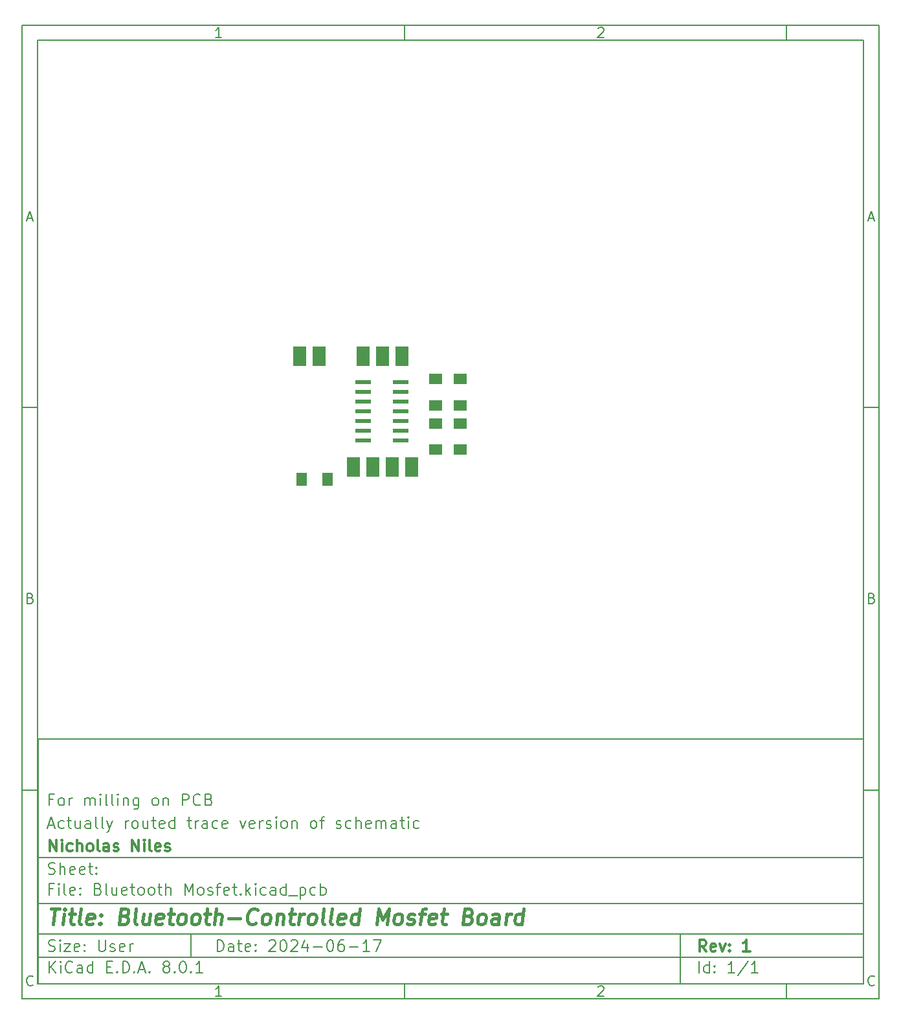
<source format=gbr>
%TF.GenerationSoftware,KiCad,Pcbnew,8.0.1*%
%TF.CreationDate,2024-06-17T11:29:09-04:00*%
%TF.ProjectId,Bluetooth Mosfet,426c7565-746f-46f7-9468-204d6f736665,1*%
%TF.SameCoordinates,Original*%
%TF.FileFunction,Paste,Top*%
%TF.FilePolarity,Positive*%
%FSLAX46Y46*%
G04 Gerber Fmt 4.6, Leading zero omitted, Abs format (unit mm)*
G04 Created by KiCad (PCBNEW 8.0.1) date 2024-06-17 11:29:09*
%MOMM*%
%LPD*%
G01*
G04 APERTURE LIST*
%ADD10C,0.100000*%
%ADD11C,0.150000*%
%ADD12C,0.300000*%
%ADD13C,0.400000*%
%ADD14R,1.400000X1.700000*%
%ADD15R,1.700000X1.400000*%
%ADD16R,1.700000X2.500000*%
%ADD17R,2.000000X0.600000*%
G04 APERTURE END LIST*
D10*
D11*
X12080000Y-103320000D02*
X120080000Y-103320000D01*
X120080000Y-135320000D01*
X12080000Y-135320000D01*
X12080000Y-103320000D01*
D10*
D11*
X10000000Y-10000000D02*
X122080000Y-10000000D01*
X122080000Y-137320000D01*
X10000000Y-137320000D01*
X10000000Y-10000000D01*
D10*
D11*
X12000000Y-12000000D02*
X120080000Y-12000000D01*
X120080000Y-135320000D01*
X12000000Y-135320000D01*
X12000000Y-12000000D01*
D10*
D11*
X60000000Y-12000000D02*
X60000000Y-10000000D01*
D10*
D11*
X110000000Y-12000000D02*
X110000000Y-10000000D01*
D10*
D11*
X36089160Y-11593604D02*
X35346303Y-11593604D01*
X35717731Y-11593604D02*
X35717731Y-10293604D01*
X35717731Y-10293604D02*
X35593922Y-10479319D01*
X35593922Y-10479319D02*
X35470112Y-10603128D01*
X35470112Y-10603128D02*
X35346303Y-10665033D01*
D10*
D11*
X85346303Y-10417414D02*
X85408207Y-10355509D01*
X85408207Y-10355509D02*
X85532017Y-10293604D01*
X85532017Y-10293604D02*
X85841541Y-10293604D01*
X85841541Y-10293604D02*
X85965350Y-10355509D01*
X85965350Y-10355509D02*
X86027255Y-10417414D01*
X86027255Y-10417414D02*
X86089160Y-10541223D01*
X86089160Y-10541223D02*
X86089160Y-10665033D01*
X86089160Y-10665033D02*
X86027255Y-10850747D01*
X86027255Y-10850747D02*
X85284398Y-11593604D01*
X85284398Y-11593604D02*
X86089160Y-11593604D01*
D10*
D11*
X60000000Y-135320000D02*
X60000000Y-137320000D01*
D10*
D11*
X110000000Y-135320000D02*
X110000000Y-137320000D01*
D10*
D11*
X36089160Y-136913604D02*
X35346303Y-136913604D01*
X35717731Y-136913604D02*
X35717731Y-135613604D01*
X35717731Y-135613604D02*
X35593922Y-135799319D01*
X35593922Y-135799319D02*
X35470112Y-135923128D01*
X35470112Y-135923128D02*
X35346303Y-135985033D01*
D10*
D11*
X85346303Y-135737414D02*
X85408207Y-135675509D01*
X85408207Y-135675509D02*
X85532017Y-135613604D01*
X85532017Y-135613604D02*
X85841541Y-135613604D01*
X85841541Y-135613604D02*
X85965350Y-135675509D01*
X85965350Y-135675509D02*
X86027255Y-135737414D01*
X86027255Y-135737414D02*
X86089160Y-135861223D01*
X86089160Y-135861223D02*
X86089160Y-135985033D01*
X86089160Y-135985033D02*
X86027255Y-136170747D01*
X86027255Y-136170747D02*
X85284398Y-136913604D01*
X85284398Y-136913604D02*
X86089160Y-136913604D01*
D10*
D11*
X10000000Y-60000000D02*
X12000000Y-60000000D01*
D10*
D11*
X10000000Y-110000000D02*
X12000000Y-110000000D01*
D10*
D11*
X10690476Y-35222176D02*
X11309523Y-35222176D01*
X10566666Y-35593604D02*
X10999999Y-34293604D01*
X10999999Y-34293604D02*
X11433333Y-35593604D01*
D10*
D11*
X11092857Y-84912652D02*
X11278571Y-84974557D01*
X11278571Y-84974557D02*
X11340476Y-85036461D01*
X11340476Y-85036461D02*
X11402380Y-85160271D01*
X11402380Y-85160271D02*
X11402380Y-85345985D01*
X11402380Y-85345985D02*
X11340476Y-85469795D01*
X11340476Y-85469795D02*
X11278571Y-85531700D01*
X11278571Y-85531700D02*
X11154761Y-85593604D01*
X11154761Y-85593604D02*
X10659523Y-85593604D01*
X10659523Y-85593604D02*
X10659523Y-84293604D01*
X10659523Y-84293604D02*
X11092857Y-84293604D01*
X11092857Y-84293604D02*
X11216666Y-84355509D01*
X11216666Y-84355509D02*
X11278571Y-84417414D01*
X11278571Y-84417414D02*
X11340476Y-84541223D01*
X11340476Y-84541223D02*
X11340476Y-84665033D01*
X11340476Y-84665033D02*
X11278571Y-84788842D01*
X11278571Y-84788842D02*
X11216666Y-84850747D01*
X11216666Y-84850747D02*
X11092857Y-84912652D01*
X11092857Y-84912652D02*
X10659523Y-84912652D01*
D10*
D11*
X11402380Y-135469795D02*
X11340476Y-135531700D01*
X11340476Y-135531700D02*
X11154761Y-135593604D01*
X11154761Y-135593604D02*
X11030952Y-135593604D01*
X11030952Y-135593604D02*
X10845238Y-135531700D01*
X10845238Y-135531700D02*
X10721428Y-135407890D01*
X10721428Y-135407890D02*
X10659523Y-135284080D01*
X10659523Y-135284080D02*
X10597619Y-135036461D01*
X10597619Y-135036461D02*
X10597619Y-134850747D01*
X10597619Y-134850747D02*
X10659523Y-134603128D01*
X10659523Y-134603128D02*
X10721428Y-134479319D01*
X10721428Y-134479319D02*
X10845238Y-134355509D01*
X10845238Y-134355509D02*
X11030952Y-134293604D01*
X11030952Y-134293604D02*
X11154761Y-134293604D01*
X11154761Y-134293604D02*
X11340476Y-134355509D01*
X11340476Y-134355509D02*
X11402380Y-134417414D01*
D10*
D11*
X122080000Y-60000000D02*
X120080000Y-60000000D01*
D10*
D11*
X122080000Y-110000000D02*
X120080000Y-110000000D01*
D10*
D11*
X120770476Y-35222176D02*
X121389523Y-35222176D01*
X120646666Y-35593604D02*
X121079999Y-34293604D01*
X121079999Y-34293604D02*
X121513333Y-35593604D01*
D10*
D11*
X121172857Y-84912652D02*
X121358571Y-84974557D01*
X121358571Y-84974557D02*
X121420476Y-85036461D01*
X121420476Y-85036461D02*
X121482380Y-85160271D01*
X121482380Y-85160271D02*
X121482380Y-85345985D01*
X121482380Y-85345985D02*
X121420476Y-85469795D01*
X121420476Y-85469795D02*
X121358571Y-85531700D01*
X121358571Y-85531700D02*
X121234761Y-85593604D01*
X121234761Y-85593604D02*
X120739523Y-85593604D01*
X120739523Y-85593604D02*
X120739523Y-84293604D01*
X120739523Y-84293604D02*
X121172857Y-84293604D01*
X121172857Y-84293604D02*
X121296666Y-84355509D01*
X121296666Y-84355509D02*
X121358571Y-84417414D01*
X121358571Y-84417414D02*
X121420476Y-84541223D01*
X121420476Y-84541223D02*
X121420476Y-84665033D01*
X121420476Y-84665033D02*
X121358571Y-84788842D01*
X121358571Y-84788842D02*
X121296666Y-84850747D01*
X121296666Y-84850747D02*
X121172857Y-84912652D01*
X121172857Y-84912652D02*
X120739523Y-84912652D01*
D10*
D11*
X121482380Y-135469795D02*
X121420476Y-135531700D01*
X121420476Y-135531700D02*
X121234761Y-135593604D01*
X121234761Y-135593604D02*
X121110952Y-135593604D01*
X121110952Y-135593604D02*
X120925238Y-135531700D01*
X120925238Y-135531700D02*
X120801428Y-135407890D01*
X120801428Y-135407890D02*
X120739523Y-135284080D01*
X120739523Y-135284080D02*
X120677619Y-135036461D01*
X120677619Y-135036461D02*
X120677619Y-134850747D01*
X120677619Y-134850747D02*
X120739523Y-134603128D01*
X120739523Y-134603128D02*
X120801428Y-134479319D01*
X120801428Y-134479319D02*
X120925238Y-134355509D01*
X120925238Y-134355509D02*
X121110952Y-134293604D01*
X121110952Y-134293604D02*
X121234761Y-134293604D01*
X121234761Y-134293604D02*
X121420476Y-134355509D01*
X121420476Y-134355509D02*
X121482380Y-134417414D01*
D10*
D11*
X35535826Y-131106128D02*
X35535826Y-129606128D01*
X35535826Y-129606128D02*
X35892969Y-129606128D01*
X35892969Y-129606128D02*
X36107255Y-129677557D01*
X36107255Y-129677557D02*
X36250112Y-129820414D01*
X36250112Y-129820414D02*
X36321541Y-129963271D01*
X36321541Y-129963271D02*
X36392969Y-130248985D01*
X36392969Y-130248985D02*
X36392969Y-130463271D01*
X36392969Y-130463271D02*
X36321541Y-130748985D01*
X36321541Y-130748985D02*
X36250112Y-130891842D01*
X36250112Y-130891842D02*
X36107255Y-131034700D01*
X36107255Y-131034700D02*
X35892969Y-131106128D01*
X35892969Y-131106128D02*
X35535826Y-131106128D01*
X37678684Y-131106128D02*
X37678684Y-130320414D01*
X37678684Y-130320414D02*
X37607255Y-130177557D01*
X37607255Y-130177557D02*
X37464398Y-130106128D01*
X37464398Y-130106128D02*
X37178684Y-130106128D01*
X37178684Y-130106128D02*
X37035826Y-130177557D01*
X37678684Y-131034700D02*
X37535826Y-131106128D01*
X37535826Y-131106128D02*
X37178684Y-131106128D01*
X37178684Y-131106128D02*
X37035826Y-131034700D01*
X37035826Y-131034700D02*
X36964398Y-130891842D01*
X36964398Y-130891842D02*
X36964398Y-130748985D01*
X36964398Y-130748985D02*
X37035826Y-130606128D01*
X37035826Y-130606128D02*
X37178684Y-130534700D01*
X37178684Y-130534700D02*
X37535826Y-130534700D01*
X37535826Y-130534700D02*
X37678684Y-130463271D01*
X38178684Y-130106128D02*
X38750112Y-130106128D01*
X38392969Y-129606128D02*
X38392969Y-130891842D01*
X38392969Y-130891842D02*
X38464398Y-131034700D01*
X38464398Y-131034700D02*
X38607255Y-131106128D01*
X38607255Y-131106128D02*
X38750112Y-131106128D01*
X39821541Y-131034700D02*
X39678684Y-131106128D01*
X39678684Y-131106128D02*
X39392970Y-131106128D01*
X39392970Y-131106128D02*
X39250112Y-131034700D01*
X39250112Y-131034700D02*
X39178684Y-130891842D01*
X39178684Y-130891842D02*
X39178684Y-130320414D01*
X39178684Y-130320414D02*
X39250112Y-130177557D01*
X39250112Y-130177557D02*
X39392970Y-130106128D01*
X39392970Y-130106128D02*
X39678684Y-130106128D01*
X39678684Y-130106128D02*
X39821541Y-130177557D01*
X39821541Y-130177557D02*
X39892970Y-130320414D01*
X39892970Y-130320414D02*
X39892970Y-130463271D01*
X39892970Y-130463271D02*
X39178684Y-130606128D01*
X40535826Y-130963271D02*
X40607255Y-131034700D01*
X40607255Y-131034700D02*
X40535826Y-131106128D01*
X40535826Y-131106128D02*
X40464398Y-131034700D01*
X40464398Y-131034700D02*
X40535826Y-130963271D01*
X40535826Y-130963271D02*
X40535826Y-131106128D01*
X40535826Y-130177557D02*
X40607255Y-130248985D01*
X40607255Y-130248985D02*
X40535826Y-130320414D01*
X40535826Y-130320414D02*
X40464398Y-130248985D01*
X40464398Y-130248985D02*
X40535826Y-130177557D01*
X40535826Y-130177557D02*
X40535826Y-130320414D01*
X42321541Y-129748985D02*
X42392969Y-129677557D01*
X42392969Y-129677557D02*
X42535827Y-129606128D01*
X42535827Y-129606128D02*
X42892969Y-129606128D01*
X42892969Y-129606128D02*
X43035827Y-129677557D01*
X43035827Y-129677557D02*
X43107255Y-129748985D01*
X43107255Y-129748985D02*
X43178684Y-129891842D01*
X43178684Y-129891842D02*
X43178684Y-130034700D01*
X43178684Y-130034700D02*
X43107255Y-130248985D01*
X43107255Y-130248985D02*
X42250112Y-131106128D01*
X42250112Y-131106128D02*
X43178684Y-131106128D01*
X44107255Y-129606128D02*
X44250112Y-129606128D01*
X44250112Y-129606128D02*
X44392969Y-129677557D01*
X44392969Y-129677557D02*
X44464398Y-129748985D01*
X44464398Y-129748985D02*
X44535826Y-129891842D01*
X44535826Y-129891842D02*
X44607255Y-130177557D01*
X44607255Y-130177557D02*
X44607255Y-130534700D01*
X44607255Y-130534700D02*
X44535826Y-130820414D01*
X44535826Y-130820414D02*
X44464398Y-130963271D01*
X44464398Y-130963271D02*
X44392969Y-131034700D01*
X44392969Y-131034700D02*
X44250112Y-131106128D01*
X44250112Y-131106128D02*
X44107255Y-131106128D01*
X44107255Y-131106128D02*
X43964398Y-131034700D01*
X43964398Y-131034700D02*
X43892969Y-130963271D01*
X43892969Y-130963271D02*
X43821540Y-130820414D01*
X43821540Y-130820414D02*
X43750112Y-130534700D01*
X43750112Y-130534700D02*
X43750112Y-130177557D01*
X43750112Y-130177557D02*
X43821540Y-129891842D01*
X43821540Y-129891842D02*
X43892969Y-129748985D01*
X43892969Y-129748985D02*
X43964398Y-129677557D01*
X43964398Y-129677557D02*
X44107255Y-129606128D01*
X45178683Y-129748985D02*
X45250111Y-129677557D01*
X45250111Y-129677557D02*
X45392969Y-129606128D01*
X45392969Y-129606128D02*
X45750111Y-129606128D01*
X45750111Y-129606128D02*
X45892969Y-129677557D01*
X45892969Y-129677557D02*
X45964397Y-129748985D01*
X45964397Y-129748985D02*
X46035826Y-129891842D01*
X46035826Y-129891842D02*
X46035826Y-130034700D01*
X46035826Y-130034700D02*
X45964397Y-130248985D01*
X45964397Y-130248985D02*
X45107254Y-131106128D01*
X45107254Y-131106128D02*
X46035826Y-131106128D01*
X47321540Y-130106128D02*
X47321540Y-131106128D01*
X46964397Y-129534700D02*
X46607254Y-130606128D01*
X46607254Y-130606128D02*
X47535825Y-130606128D01*
X48107253Y-130534700D02*
X49250111Y-130534700D01*
X50250111Y-129606128D02*
X50392968Y-129606128D01*
X50392968Y-129606128D02*
X50535825Y-129677557D01*
X50535825Y-129677557D02*
X50607254Y-129748985D01*
X50607254Y-129748985D02*
X50678682Y-129891842D01*
X50678682Y-129891842D02*
X50750111Y-130177557D01*
X50750111Y-130177557D02*
X50750111Y-130534700D01*
X50750111Y-130534700D02*
X50678682Y-130820414D01*
X50678682Y-130820414D02*
X50607254Y-130963271D01*
X50607254Y-130963271D02*
X50535825Y-131034700D01*
X50535825Y-131034700D02*
X50392968Y-131106128D01*
X50392968Y-131106128D02*
X50250111Y-131106128D01*
X50250111Y-131106128D02*
X50107254Y-131034700D01*
X50107254Y-131034700D02*
X50035825Y-130963271D01*
X50035825Y-130963271D02*
X49964396Y-130820414D01*
X49964396Y-130820414D02*
X49892968Y-130534700D01*
X49892968Y-130534700D02*
X49892968Y-130177557D01*
X49892968Y-130177557D02*
X49964396Y-129891842D01*
X49964396Y-129891842D02*
X50035825Y-129748985D01*
X50035825Y-129748985D02*
X50107254Y-129677557D01*
X50107254Y-129677557D02*
X50250111Y-129606128D01*
X52035825Y-129606128D02*
X51750110Y-129606128D01*
X51750110Y-129606128D02*
X51607253Y-129677557D01*
X51607253Y-129677557D02*
X51535825Y-129748985D01*
X51535825Y-129748985D02*
X51392967Y-129963271D01*
X51392967Y-129963271D02*
X51321539Y-130248985D01*
X51321539Y-130248985D02*
X51321539Y-130820414D01*
X51321539Y-130820414D02*
X51392967Y-130963271D01*
X51392967Y-130963271D02*
X51464396Y-131034700D01*
X51464396Y-131034700D02*
X51607253Y-131106128D01*
X51607253Y-131106128D02*
X51892967Y-131106128D01*
X51892967Y-131106128D02*
X52035825Y-131034700D01*
X52035825Y-131034700D02*
X52107253Y-130963271D01*
X52107253Y-130963271D02*
X52178682Y-130820414D01*
X52178682Y-130820414D02*
X52178682Y-130463271D01*
X52178682Y-130463271D02*
X52107253Y-130320414D01*
X52107253Y-130320414D02*
X52035825Y-130248985D01*
X52035825Y-130248985D02*
X51892967Y-130177557D01*
X51892967Y-130177557D02*
X51607253Y-130177557D01*
X51607253Y-130177557D02*
X51464396Y-130248985D01*
X51464396Y-130248985D02*
X51392967Y-130320414D01*
X51392967Y-130320414D02*
X51321539Y-130463271D01*
X52821538Y-130534700D02*
X53964396Y-130534700D01*
X55464396Y-131106128D02*
X54607253Y-131106128D01*
X55035824Y-131106128D02*
X55035824Y-129606128D01*
X55035824Y-129606128D02*
X54892967Y-129820414D01*
X54892967Y-129820414D02*
X54750110Y-129963271D01*
X54750110Y-129963271D02*
X54607253Y-130034700D01*
X55964395Y-129606128D02*
X56964395Y-129606128D01*
X56964395Y-129606128D02*
X56321538Y-131106128D01*
D10*
D11*
X12080000Y-131820000D02*
X120080000Y-131820000D01*
D10*
D11*
X13535826Y-133906128D02*
X13535826Y-132406128D01*
X14392969Y-133906128D02*
X13750112Y-133048985D01*
X14392969Y-132406128D02*
X13535826Y-133263271D01*
X15035826Y-133906128D02*
X15035826Y-132906128D01*
X15035826Y-132406128D02*
X14964398Y-132477557D01*
X14964398Y-132477557D02*
X15035826Y-132548985D01*
X15035826Y-132548985D02*
X15107255Y-132477557D01*
X15107255Y-132477557D02*
X15035826Y-132406128D01*
X15035826Y-132406128D02*
X15035826Y-132548985D01*
X16607255Y-133763271D02*
X16535827Y-133834700D01*
X16535827Y-133834700D02*
X16321541Y-133906128D01*
X16321541Y-133906128D02*
X16178684Y-133906128D01*
X16178684Y-133906128D02*
X15964398Y-133834700D01*
X15964398Y-133834700D02*
X15821541Y-133691842D01*
X15821541Y-133691842D02*
X15750112Y-133548985D01*
X15750112Y-133548985D02*
X15678684Y-133263271D01*
X15678684Y-133263271D02*
X15678684Y-133048985D01*
X15678684Y-133048985D02*
X15750112Y-132763271D01*
X15750112Y-132763271D02*
X15821541Y-132620414D01*
X15821541Y-132620414D02*
X15964398Y-132477557D01*
X15964398Y-132477557D02*
X16178684Y-132406128D01*
X16178684Y-132406128D02*
X16321541Y-132406128D01*
X16321541Y-132406128D02*
X16535827Y-132477557D01*
X16535827Y-132477557D02*
X16607255Y-132548985D01*
X17892970Y-133906128D02*
X17892970Y-133120414D01*
X17892970Y-133120414D02*
X17821541Y-132977557D01*
X17821541Y-132977557D02*
X17678684Y-132906128D01*
X17678684Y-132906128D02*
X17392970Y-132906128D01*
X17392970Y-132906128D02*
X17250112Y-132977557D01*
X17892970Y-133834700D02*
X17750112Y-133906128D01*
X17750112Y-133906128D02*
X17392970Y-133906128D01*
X17392970Y-133906128D02*
X17250112Y-133834700D01*
X17250112Y-133834700D02*
X17178684Y-133691842D01*
X17178684Y-133691842D02*
X17178684Y-133548985D01*
X17178684Y-133548985D02*
X17250112Y-133406128D01*
X17250112Y-133406128D02*
X17392970Y-133334700D01*
X17392970Y-133334700D02*
X17750112Y-133334700D01*
X17750112Y-133334700D02*
X17892970Y-133263271D01*
X19250113Y-133906128D02*
X19250113Y-132406128D01*
X19250113Y-133834700D02*
X19107255Y-133906128D01*
X19107255Y-133906128D02*
X18821541Y-133906128D01*
X18821541Y-133906128D02*
X18678684Y-133834700D01*
X18678684Y-133834700D02*
X18607255Y-133763271D01*
X18607255Y-133763271D02*
X18535827Y-133620414D01*
X18535827Y-133620414D02*
X18535827Y-133191842D01*
X18535827Y-133191842D02*
X18607255Y-133048985D01*
X18607255Y-133048985D02*
X18678684Y-132977557D01*
X18678684Y-132977557D02*
X18821541Y-132906128D01*
X18821541Y-132906128D02*
X19107255Y-132906128D01*
X19107255Y-132906128D02*
X19250113Y-132977557D01*
X21107255Y-133120414D02*
X21607255Y-133120414D01*
X21821541Y-133906128D02*
X21107255Y-133906128D01*
X21107255Y-133906128D02*
X21107255Y-132406128D01*
X21107255Y-132406128D02*
X21821541Y-132406128D01*
X22464398Y-133763271D02*
X22535827Y-133834700D01*
X22535827Y-133834700D02*
X22464398Y-133906128D01*
X22464398Y-133906128D02*
X22392970Y-133834700D01*
X22392970Y-133834700D02*
X22464398Y-133763271D01*
X22464398Y-133763271D02*
X22464398Y-133906128D01*
X23178684Y-133906128D02*
X23178684Y-132406128D01*
X23178684Y-132406128D02*
X23535827Y-132406128D01*
X23535827Y-132406128D02*
X23750113Y-132477557D01*
X23750113Y-132477557D02*
X23892970Y-132620414D01*
X23892970Y-132620414D02*
X23964399Y-132763271D01*
X23964399Y-132763271D02*
X24035827Y-133048985D01*
X24035827Y-133048985D02*
X24035827Y-133263271D01*
X24035827Y-133263271D02*
X23964399Y-133548985D01*
X23964399Y-133548985D02*
X23892970Y-133691842D01*
X23892970Y-133691842D02*
X23750113Y-133834700D01*
X23750113Y-133834700D02*
X23535827Y-133906128D01*
X23535827Y-133906128D02*
X23178684Y-133906128D01*
X24678684Y-133763271D02*
X24750113Y-133834700D01*
X24750113Y-133834700D02*
X24678684Y-133906128D01*
X24678684Y-133906128D02*
X24607256Y-133834700D01*
X24607256Y-133834700D02*
X24678684Y-133763271D01*
X24678684Y-133763271D02*
X24678684Y-133906128D01*
X25321542Y-133477557D02*
X26035828Y-133477557D01*
X25178685Y-133906128D02*
X25678685Y-132406128D01*
X25678685Y-132406128D02*
X26178685Y-133906128D01*
X26678684Y-133763271D02*
X26750113Y-133834700D01*
X26750113Y-133834700D02*
X26678684Y-133906128D01*
X26678684Y-133906128D02*
X26607256Y-133834700D01*
X26607256Y-133834700D02*
X26678684Y-133763271D01*
X26678684Y-133763271D02*
X26678684Y-133906128D01*
X28750113Y-133048985D02*
X28607256Y-132977557D01*
X28607256Y-132977557D02*
X28535827Y-132906128D01*
X28535827Y-132906128D02*
X28464399Y-132763271D01*
X28464399Y-132763271D02*
X28464399Y-132691842D01*
X28464399Y-132691842D02*
X28535827Y-132548985D01*
X28535827Y-132548985D02*
X28607256Y-132477557D01*
X28607256Y-132477557D02*
X28750113Y-132406128D01*
X28750113Y-132406128D02*
X29035827Y-132406128D01*
X29035827Y-132406128D02*
X29178685Y-132477557D01*
X29178685Y-132477557D02*
X29250113Y-132548985D01*
X29250113Y-132548985D02*
X29321542Y-132691842D01*
X29321542Y-132691842D02*
X29321542Y-132763271D01*
X29321542Y-132763271D02*
X29250113Y-132906128D01*
X29250113Y-132906128D02*
X29178685Y-132977557D01*
X29178685Y-132977557D02*
X29035827Y-133048985D01*
X29035827Y-133048985D02*
X28750113Y-133048985D01*
X28750113Y-133048985D02*
X28607256Y-133120414D01*
X28607256Y-133120414D02*
X28535827Y-133191842D01*
X28535827Y-133191842D02*
X28464399Y-133334700D01*
X28464399Y-133334700D02*
X28464399Y-133620414D01*
X28464399Y-133620414D02*
X28535827Y-133763271D01*
X28535827Y-133763271D02*
X28607256Y-133834700D01*
X28607256Y-133834700D02*
X28750113Y-133906128D01*
X28750113Y-133906128D02*
X29035827Y-133906128D01*
X29035827Y-133906128D02*
X29178685Y-133834700D01*
X29178685Y-133834700D02*
X29250113Y-133763271D01*
X29250113Y-133763271D02*
X29321542Y-133620414D01*
X29321542Y-133620414D02*
X29321542Y-133334700D01*
X29321542Y-133334700D02*
X29250113Y-133191842D01*
X29250113Y-133191842D02*
X29178685Y-133120414D01*
X29178685Y-133120414D02*
X29035827Y-133048985D01*
X29964398Y-133763271D02*
X30035827Y-133834700D01*
X30035827Y-133834700D02*
X29964398Y-133906128D01*
X29964398Y-133906128D02*
X29892970Y-133834700D01*
X29892970Y-133834700D02*
X29964398Y-133763271D01*
X29964398Y-133763271D02*
X29964398Y-133906128D01*
X30964399Y-132406128D02*
X31107256Y-132406128D01*
X31107256Y-132406128D02*
X31250113Y-132477557D01*
X31250113Y-132477557D02*
X31321542Y-132548985D01*
X31321542Y-132548985D02*
X31392970Y-132691842D01*
X31392970Y-132691842D02*
X31464399Y-132977557D01*
X31464399Y-132977557D02*
X31464399Y-133334700D01*
X31464399Y-133334700D02*
X31392970Y-133620414D01*
X31392970Y-133620414D02*
X31321542Y-133763271D01*
X31321542Y-133763271D02*
X31250113Y-133834700D01*
X31250113Y-133834700D02*
X31107256Y-133906128D01*
X31107256Y-133906128D02*
X30964399Y-133906128D01*
X30964399Y-133906128D02*
X30821542Y-133834700D01*
X30821542Y-133834700D02*
X30750113Y-133763271D01*
X30750113Y-133763271D02*
X30678684Y-133620414D01*
X30678684Y-133620414D02*
X30607256Y-133334700D01*
X30607256Y-133334700D02*
X30607256Y-132977557D01*
X30607256Y-132977557D02*
X30678684Y-132691842D01*
X30678684Y-132691842D02*
X30750113Y-132548985D01*
X30750113Y-132548985D02*
X30821542Y-132477557D01*
X30821542Y-132477557D02*
X30964399Y-132406128D01*
X32107255Y-133763271D02*
X32178684Y-133834700D01*
X32178684Y-133834700D02*
X32107255Y-133906128D01*
X32107255Y-133906128D02*
X32035827Y-133834700D01*
X32035827Y-133834700D02*
X32107255Y-133763271D01*
X32107255Y-133763271D02*
X32107255Y-133906128D01*
X33607256Y-133906128D02*
X32750113Y-133906128D01*
X33178684Y-133906128D02*
X33178684Y-132406128D01*
X33178684Y-132406128D02*
X33035827Y-132620414D01*
X33035827Y-132620414D02*
X32892970Y-132763271D01*
X32892970Y-132763271D02*
X32750113Y-132834700D01*
D10*
D11*
X12080000Y-128820000D02*
X120080000Y-128820000D01*
D10*
D12*
X99491653Y-131098328D02*
X98991653Y-130384042D01*
X98634510Y-131098328D02*
X98634510Y-129598328D01*
X98634510Y-129598328D02*
X99205939Y-129598328D01*
X99205939Y-129598328D02*
X99348796Y-129669757D01*
X99348796Y-129669757D02*
X99420225Y-129741185D01*
X99420225Y-129741185D02*
X99491653Y-129884042D01*
X99491653Y-129884042D02*
X99491653Y-130098328D01*
X99491653Y-130098328D02*
X99420225Y-130241185D01*
X99420225Y-130241185D02*
X99348796Y-130312614D01*
X99348796Y-130312614D02*
X99205939Y-130384042D01*
X99205939Y-130384042D02*
X98634510Y-130384042D01*
X100705939Y-131026900D02*
X100563082Y-131098328D01*
X100563082Y-131098328D02*
X100277368Y-131098328D01*
X100277368Y-131098328D02*
X100134510Y-131026900D01*
X100134510Y-131026900D02*
X100063082Y-130884042D01*
X100063082Y-130884042D02*
X100063082Y-130312614D01*
X100063082Y-130312614D02*
X100134510Y-130169757D01*
X100134510Y-130169757D02*
X100277368Y-130098328D01*
X100277368Y-130098328D02*
X100563082Y-130098328D01*
X100563082Y-130098328D02*
X100705939Y-130169757D01*
X100705939Y-130169757D02*
X100777368Y-130312614D01*
X100777368Y-130312614D02*
X100777368Y-130455471D01*
X100777368Y-130455471D02*
X100063082Y-130598328D01*
X101277367Y-130098328D02*
X101634510Y-131098328D01*
X101634510Y-131098328D02*
X101991653Y-130098328D01*
X102563081Y-130955471D02*
X102634510Y-131026900D01*
X102634510Y-131026900D02*
X102563081Y-131098328D01*
X102563081Y-131098328D02*
X102491653Y-131026900D01*
X102491653Y-131026900D02*
X102563081Y-130955471D01*
X102563081Y-130955471D02*
X102563081Y-131098328D01*
X102563081Y-130169757D02*
X102634510Y-130241185D01*
X102634510Y-130241185D02*
X102563081Y-130312614D01*
X102563081Y-130312614D02*
X102491653Y-130241185D01*
X102491653Y-130241185D02*
X102563081Y-130169757D01*
X102563081Y-130169757D02*
X102563081Y-130312614D01*
X105205939Y-131098328D02*
X104348796Y-131098328D01*
X104777367Y-131098328D02*
X104777367Y-129598328D01*
X104777367Y-129598328D02*
X104634510Y-129812614D01*
X104634510Y-129812614D02*
X104491653Y-129955471D01*
X104491653Y-129955471D02*
X104348796Y-130026900D01*
D10*
D11*
X13464398Y-131034700D02*
X13678684Y-131106128D01*
X13678684Y-131106128D02*
X14035826Y-131106128D01*
X14035826Y-131106128D02*
X14178684Y-131034700D01*
X14178684Y-131034700D02*
X14250112Y-130963271D01*
X14250112Y-130963271D02*
X14321541Y-130820414D01*
X14321541Y-130820414D02*
X14321541Y-130677557D01*
X14321541Y-130677557D02*
X14250112Y-130534700D01*
X14250112Y-130534700D02*
X14178684Y-130463271D01*
X14178684Y-130463271D02*
X14035826Y-130391842D01*
X14035826Y-130391842D02*
X13750112Y-130320414D01*
X13750112Y-130320414D02*
X13607255Y-130248985D01*
X13607255Y-130248985D02*
X13535826Y-130177557D01*
X13535826Y-130177557D02*
X13464398Y-130034700D01*
X13464398Y-130034700D02*
X13464398Y-129891842D01*
X13464398Y-129891842D02*
X13535826Y-129748985D01*
X13535826Y-129748985D02*
X13607255Y-129677557D01*
X13607255Y-129677557D02*
X13750112Y-129606128D01*
X13750112Y-129606128D02*
X14107255Y-129606128D01*
X14107255Y-129606128D02*
X14321541Y-129677557D01*
X14964397Y-131106128D02*
X14964397Y-130106128D01*
X14964397Y-129606128D02*
X14892969Y-129677557D01*
X14892969Y-129677557D02*
X14964397Y-129748985D01*
X14964397Y-129748985D02*
X15035826Y-129677557D01*
X15035826Y-129677557D02*
X14964397Y-129606128D01*
X14964397Y-129606128D02*
X14964397Y-129748985D01*
X15535826Y-130106128D02*
X16321541Y-130106128D01*
X16321541Y-130106128D02*
X15535826Y-131106128D01*
X15535826Y-131106128D02*
X16321541Y-131106128D01*
X17464398Y-131034700D02*
X17321541Y-131106128D01*
X17321541Y-131106128D02*
X17035827Y-131106128D01*
X17035827Y-131106128D02*
X16892969Y-131034700D01*
X16892969Y-131034700D02*
X16821541Y-130891842D01*
X16821541Y-130891842D02*
X16821541Y-130320414D01*
X16821541Y-130320414D02*
X16892969Y-130177557D01*
X16892969Y-130177557D02*
X17035827Y-130106128D01*
X17035827Y-130106128D02*
X17321541Y-130106128D01*
X17321541Y-130106128D02*
X17464398Y-130177557D01*
X17464398Y-130177557D02*
X17535827Y-130320414D01*
X17535827Y-130320414D02*
X17535827Y-130463271D01*
X17535827Y-130463271D02*
X16821541Y-130606128D01*
X18178683Y-130963271D02*
X18250112Y-131034700D01*
X18250112Y-131034700D02*
X18178683Y-131106128D01*
X18178683Y-131106128D02*
X18107255Y-131034700D01*
X18107255Y-131034700D02*
X18178683Y-130963271D01*
X18178683Y-130963271D02*
X18178683Y-131106128D01*
X18178683Y-130177557D02*
X18250112Y-130248985D01*
X18250112Y-130248985D02*
X18178683Y-130320414D01*
X18178683Y-130320414D02*
X18107255Y-130248985D01*
X18107255Y-130248985D02*
X18178683Y-130177557D01*
X18178683Y-130177557D02*
X18178683Y-130320414D01*
X20035826Y-129606128D02*
X20035826Y-130820414D01*
X20035826Y-130820414D02*
X20107255Y-130963271D01*
X20107255Y-130963271D02*
X20178684Y-131034700D01*
X20178684Y-131034700D02*
X20321541Y-131106128D01*
X20321541Y-131106128D02*
X20607255Y-131106128D01*
X20607255Y-131106128D02*
X20750112Y-131034700D01*
X20750112Y-131034700D02*
X20821541Y-130963271D01*
X20821541Y-130963271D02*
X20892969Y-130820414D01*
X20892969Y-130820414D02*
X20892969Y-129606128D01*
X21535827Y-131034700D02*
X21678684Y-131106128D01*
X21678684Y-131106128D02*
X21964398Y-131106128D01*
X21964398Y-131106128D02*
X22107255Y-131034700D01*
X22107255Y-131034700D02*
X22178684Y-130891842D01*
X22178684Y-130891842D02*
X22178684Y-130820414D01*
X22178684Y-130820414D02*
X22107255Y-130677557D01*
X22107255Y-130677557D02*
X21964398Y-130606128D01*
X21964398Y-130606128D02*
X21750113Y-130606128D01*
X21750113Y-130606128D02*
X21607255Y-130534700D01*
X21607255Y-130534700D02*
X21535827Y-130391842D01*
X21535827Y-130391842D02*
X21535827Y-130320414D01*
X21535827Y-130320414D02*
X21607255Y-130177557D01*
X21607255Y-130177557D02*
X21750113Y-130106128D01*
X21750113Y-130106128D02*
X21964398Y-130106128D01*
X21964398Y-130106128D02*
X22107255Y-130177557D01*
X23392970Y-131034700D02*
X23250113Y-131106128D01*
X23250113Y-131106128D02*
X22964399Y-131106128D01*
X22964399Y-131106128D02*
X22821541Y-131034700D01*
X22821541Y-131034700D02*
X22750113Y-130891842D01*
X22750113Y-130891842D02*
X22750113Y-130320414D01*
X22750113Y-130320414D02*
X22821541Y-130177557D01*
X22821541Y-130177557D02*
X22964399Y-130106128D01*
X22964399Y-130106128D02*
X23250113Y-130106128D01*
X23250113Y-130106128D02*
X23392970Y-130177557D01*
X23392970Y-130177557D02*
X23464399Y-130320414D01*
X23464399Y-130320414D02*
X23464399Y-130463271D01*
X23464399Y-130463271D02*
X22750113Y-130606128D01*
X24107255Y-131106128D02*
X24107255Y-130106128D01*
X24107255Y-130391842D02*
X24178684Y-130248985D01*
X24178684Y-130248985D02*
X24250113Y-130177557D01*
X24250113Y-130177557D02*
X24392970Y-130106128D01*
X24392970Y-130106128D02*
X24535827Y-130106128D01*
D10*
D11*
X98535826Y-133906128D02*
X98535826Y-132406128D01*
X99892970Y-133906128D02*
X99892970Y-132406128D01*
X99892970Y-133834700D02*
X99750112Y-133906128D01*
X99750112Y-133906128D02*
X99464398Y-133906128D01*
X99464398Y-133906128D02*
X99321541Y-133834700D01*
X99321541Y-133834700D02*
X99250112Y-133763271D01*
X99250112Y-133763271D02*
X99178684Y-133620414D01*
X99178684Y-133620414D02*
X99178684Y-133191842D01*
X99178684Y-133191842D02*
X99250112Y-133048985D01*
X99250112Y-133048985D02*
X99321541Y-132977557D01*
X99321541Y-132977557D02*
X99464398Y-132906128D01*
X99464398Y-132906128D02*
X99750112Y-132906128D01*
X99750112Y-132906128D02*
X99892970Y-132977557D01*
X100607255Y-133763271D02*
X100678684Y-133834700D01*
X100678684Y-133834700D02*
X100607255Y-133906128D01*
X100607255Y-133906128D02*
X100535827Y-133834700D01*
X100535827Y-133834700D02*
X100607255Y-133763271D01*
X100607255Y-133763271D02*
X100607255Y-133906128D01*
X100607255Y-132977557D02*
X100678684Y-133048985D01*
X100678684Y-133048985D02*
X100607255Y-133120414D01*
X100607255Y-133120414D02*
X100535827Y-133048985D01*
X100535827Y-133048985D02*
X100607255Y-132977557D01*
X100607255Y-132977557D02*
X100607255Y-133120414D01*
X103250113Y-133906128D02*
X102392970Y-133906128D01*
X102821541Y-133906128D02*
X102821541Y-132406128D01*
X102821541Y-132406128D02*
X102678684Y-132620414D01*
X102678684Y-132620414D02*
X102535827Y-132763271D01*
X102535827Y-132763271D02*
X102392970Y-132834700D01*
X104964398Y-132334700D02*
X103678684Y-134263271D01*
X106250113Y-133906128D02*
X105392970Y-133906128D01*
X105821541Y-133906128D02*
X105821541Y-132406128D01*
X105821541Y-132406128D02*
X105678684Y-132620414D01*
X105678684Y-132620414D02*
X105535827Y-132763271D01*
X105535827Y-132763271D02*
X105392970Y-132834700D01*
D10*
D11*
X12080000Y-124820000D02*
X120080000Y-124820000D01*
D10*
D13*
X13771728Y-125524438D02*
X14914585Y-125524438D01*
X14093157Y-127524438D02*
X14343157Y-125524438D01*
X15331252Y-127524438D02*
X15497919Y-126191104D01*
X15581252Y-125524438D02*
X15474109Y-125619676D01*
X15474109Y-125619676D02*
X15557443Y-125714914D01*
X15557443Y-125714914D02*
X15664586Y-125619676D01*
X15664586Y-125619676D02*
X15581252Y-125524438D01*
X15581252Y-125524438D02*
X15557443Y-125714914D01*
X16164586Y-126191104D02*
X16926490Y-126191104D01*
X16533633Y-125524438D02*
X16319348Y-127238723D01*
X16319348Y-127238723D02*
X16390776Y-127429200D01*
X16390776Y-127429200D02*
X16569348Y-127524438D01*
X16569348Y-127524438D02*
X16759824Y-127524438D01*
X17712205Y-127524438D02*
X17533633Y-127429200D01*
X17533633Y-127429200D02*
X17462205Y-127238723D01*
X17462205Y-127238723D02*
X17676490Y-125524438D01*
X19247919Y-127429200D02*
X19045538Y-127524438D01*
X19045538Y-127524438D02*
X18664585Y-127524438D01*
X18664585Y-127524438D02*
X18486014Y-127429200D01*
X18486014Y-127429200D02*
X18414585Y-127238723D01*
X18414585Y-127238723D02*
X18509824Y-126476819D01*
X18509824Y-126476819D02*
X18628871Y-126286342D01*
X18628871Y-126286342D02*
X18831252Y-126191104D01*
X18831252Y-126191104D02*
X19212204Y-126191104D01*
X19212204Y-126191104D02*
X19390776Y-126286342D01*
X19390776Y-126286342D02*
X19462204Y-126476819D01*
X19462204Y-126476819D02*
X19438395Y-126667295D01*
X19438395Y-126667295D02*
X18462204Y-126857771D01*
X20212205Y-127333961D02*
X20295538Y-127429200D01*
X20295538Y-127429200D02*
X20188395Y-127524438D01*
X20188395Y-127524438D02*
X20105062Y-127429200D01*
X20105062Y-127429200D02*
X20212205Y-127333961D01*
X20212205Y-127333961D02*
X20188395Y-127524438D01*
X20343157Y-126286342D02*
X20426490Y-126381580D01*
X20426490Y-126381580D02*
X20319348Y-126476819D01*
X20319348Y-126476819D02*
X20236014Y-126381580D01*
X20236014Y-126381580D02*
X20343157Y-126286342D01*
X20343157Y-126286342D02*
X20319348Y-126476819D01*
X23462205Y-126476819D02*
X23736015Y-126572057D01*
X23736015Y-126572057D02*
X23819348Y-126667295D01*
X23819348Y-126667295D02*
X23890777Y-126857771D01*
X23890777Y-126857771D02*
X23855062Y-127143485D01*
X23855062Y-127143485D02*
X23736015Y-127333961D01*
X23736015Y-127333961D02*
X23628872Y-127429200D01*
X23628872Y-127429200D02*
X23426491Y-127524438D01*
X23426491Y-127524438D02*
X22664586Y-127524438D01*
X22664586Y-127524438D02*
X22914586Y-125524438D01*
X22914586Y-125524438D02*
X23581253Y-125524438D01*
X23581253Y-125524438D02*
X23759824Y-125619676D01*
X23759824Y-125619676D02*
X23843158Y-125714914D01*
X23843158Y-125714914D02*
X23914586Y-125905390D01*
X23914586Y-125905390D02*
X23890777Y-126095866D01*
X23890777Y-126095866D02*
X23771729Y-126286342D01*
X23771729Y-126286342D02*
X23664586Y-126381580D01*
X23664586Y-126381580D02*
X23462205Y-126476819D01*
X23462205Y-126476819D02*
X22795539Y-126476819D01*
X24950301Y-127524438D02*
X24771729Y-127429200D01*
X24771729Y-127429200D02*
X24700301Y-127238723D01*
X24700301Y-127238723D02*
X24914586Y-125524438D01*
X26736015Y-126191104D02*
X26569348Y-127524438D01*
X25878872Y-126191104D02*
X25747920Y-127238723D01*
X25747920Y-127238723D02*
X25819348Y-127429200D01*
X25819348Y-127429200D02*
X25997920Y-127524438D01*
X25997920Y-127524438D02*
X26283634Y-127524438D01*
X26283634Y-127524438D02*
X26486015Y-127429200D01*
X26486015Y-127429200D02*
X26593158Y-127333961D01*
X28295539Y-127429200D02*
X28093158Y-127524438D01*
X28093158Y-127524438D02*
X27712205Y-127524438D01*
X27712205Y-127524438D02*
X27533634Y-127429200D01*
X27533634Y-127429200D02*
X27462205Y-127238723D01*
X27462205Y-127238723D02*
X27557444Y-126476819D01*
X27557444Y-126476819D02*
X27676491Y-126286342D01*
X27676491Y-126286342D02*
X27878872Y-126191104D01*
X27878872Y-126191104D02*
X28259824Y-126191104D01*
X28259824Y-126191104D02*
X28438396Y-126286342D01*
X28438396Y-126286342D02*
X28509824Y-126476819D01*
X28509824Y-126476819D02*
X28486015Y-126667295D01*
X28486015Y-126667295D02*
X27509824Y-126857771D01*
X29116968Y-126191104D02*
X29878872Y-126191104D01*
X29486015Y-125524438D02*
X29271730Y-127238723D01*
X29271730Y-127238723D02*
X29343158Y-127429200D01*
X29343158Y-127429200D02*
X29521730Y-127524438D01*
X29521730Y-127524438D02*
X29712206Y-127524438D01*
X30664587Y-127524438D02*
X30486015Y-127429200D01*
X30486015Y-127429200D02*
X30402682Y-127333961D01*
X30402682Y-127333961D02*
X30331253Y-127143485D01*
X30331253Y-127143485D02*
X30402682Y-126572057D01*
X30402682Y-126572057D02*
X30521729Y-126381580D01*
X30521729Y-126381580D02*
X30628872Y-126286342D01*
X30628872Y-126286342D02*
X30831253Y-126191104D01*
X30831253Y-126191104D02*
X31116967Y-126191104D01*
X31116967Y-126191104D02*
X31295539Y-126286342D01*
X31295539Y-126286342D02*
X31378872Y-126381580D01*
X31378872Y-126381580D02*
X31450301Y-126572057D01*
X31450301Y-126572057D02*
X31378872Y-127143485D01*
X31378872Y-127143485D02*
X31259825Y-127333961D01*
X31259825Y-127333961D02*
X31152682Y-127429200D01*
X31152682Y-127429200D02*
X30950301Y-127524438D01*
X30950301Y-127524438D02*
X30664587Y-127524438D01*
X32474111Y-127524438D02*
X32295539Y-127429200D01*
X32295539Y-127429200D02*
X32212206Y-127333961D01*
X32212206Y-127333961D02*
X32140777Y-127143485D01*
X32140777Y-127143485D02*
X32212206Y-126572057D01*
X32212206Y-126572057D02*
X32331253Y-126381580D01*
X32331253Y-126381580D02*
X32438396Y-126286342D01*
X32438396Y-126286342D02*
X32640777Y-126191104D01*
X32640777Y-126191104D02*
X32926491Y-126191104D01*
X32926491Y-126191104D02*
X33105063Y-126286342D01*
X33105063Y-126286342D02*
X33188396Y-126381580D01*
X33188396Y-126381580D02*
X33259825Y-126572057D01*
X33259825Y-126572057D02*
X33188396Y-127143485D01*
X33188396Y-127143485D02*
X33069349Y-127333961D01*
X33069349Y-127333961D02*
X32962206Y-127429200D01*
X32962206Y-127429200D02*
X32759825Y-127524438D01*
X32759825Y-127524438D02*
X32474111Y-127524438D01*
X33878873Y-126191104D02*
X34640777Y-126191104D01*
X34247920Y-125524438D02*
X34033635Y-127238723D01*
X34033635Y-127238723D02*
X34105063Y-127429200D01*
X34105063Y-127429200D02*
X34283635Y-127524438D01*
X34283635Y-127524438D02*
X34474111Y-127524438D01*
X35140777Y-127524438D02*
X35390777Y-125524438D01*
X35997920Y-127524438D02*
X36128872Y-126476819D01*
X36128872Y-126476819D02*
X36057444Y-126286342D01*
X36057444Y-126286342D02*
X35878872Y-126191104D01*
X35878872Y-126191104D02*
X35593158Y-126191104D01*
X35593158Y-126191104D02*
X35390777Y-126286342D01*
X35390777Y-126286342D02*
X35283634Y-126381580D01*
X37045539Y-126762533D02*
X38569349Y-126762533D01*
X40593158Y-127333961D02*
X40486015Y-127429200D01*
X40486015Y-127429200D02*
X40188396Y-127524438D01*
X40188396Y-127524438D02*
X39997920Y-127524438D01*
X39997920Y-127524438D02*
X39724110Y-127429200D01*
X39724110Y-127429200D02*
X39557444Y-127238723D01*
X39557444Y-127238723D02*
X39486015Y-127048247D01*
X39486015Y-127048247D02*
X39438396Y-126667295D01*
X39438396Y-126667295D02*
X39474110Y-126381580D01*
X39474110Y-126381580D02*
X39616967Y-126000628D01*
X39616967Y-126000628D02*
X39736015Y-125810152D01*
X39736015Y-125810152D02*
X39950301Y-125619676D01*
X39950301Y-125619676D02*
X40247920Y-125524438D01*
X40247920Y-125524438D02*
X40438396Y-125524438D01*
X40438396Y-125524438D02*
X40712206Y-125619676D01*
X40712206Y-125619676D02*
X40795539Y-125714914D01*
X41712206Y-127524438D02*
X41533634Y-127429200D01*
X41533634Y-127429200D02*
X41450301Y-127333961D01*
X41450301Y-127333961D02*
X41378872Y-127143485D01*
X41378872Y-127143485D02*
X41450301Y-126572057D01*
X41450301Y-126572057D02*
X41569348Y-126381580D01*
X41569348Y-126381580D02*
X41676491Y-126286342D01*
X41676491Y-126286342D02*
X41878872Y-126191104D01*
X41878872Y-126191104D02*
X42164586Y-126191104D01*
X42164586Y-126191104D02*
X42343158Y-126286342D01*
X42343158Y-126286342D02*
X42426491Y-126381580D01*
X42426491Y-126381580D02*
X42497920Y-126572057D01*
X42497920Y-126572057D02*
X42426491Y-127143485D01*
X42426491Y-127143485D02*
X42307444Y-127333961D01*
X42307444Y-127333961D02*
X42200301Y-127429200D01*
X42200301Y-127429200D02*
X41997920Y-127524438D01*
X41997920Y-127524438D02*
X41712206Y-127524438D01*
X43402682Y-126191104D02*
X43236015Y-127524438D01*
X43378872Y-126381580D02*
X43486015Y-126286342D01*
X43486015Y-126286342D02*
X43688396Y-126191104D01*
X43688396Y-126191104D02*
X43974110Y-126191104D01*
X43974110Y-126191104D02*
X44152682Y-126286342D01*
X44152682Y-126286342D02*
X44224110Y-126476819D01*
X44224110Y-126476819D02*
X44093158Y-127524438D01*
X44926492Y-126191104D02*
X45688396Y-126191104D01*
X45295539Y-125524438D02*
X45081254Y-127238723D01*
X45081254Y-127238723D02*
X45152682Y-127429200D01*
X45152682Y-127429200D02*
X45331254Y-127524438D01*
X45331254Y-127524438D02*
X45521730Y-127524438D01*
X46188396Y-127524438D02*
X46355063Y-126191104D01*
X46307444Y-126572057D02*
X46426491Y-126381580D01*
X46426491Y-126381580D02*
X46533634Y-126286342D01*
X46533634Y-126286342D02*
X46736015Y-126191104D01*
X46736015Y-126191104D02*
X46926491Y-126191104D01*
X47712206Y-127524438D02*
X47533634Y-127429200D01*
X47533634Y-127429200D02*
X47450301Y-127333961D01*
X47450301Y-127333961D02*
X47378872Y-127143485D01*
X47378872Y-127143485D02*
X47450301Y-126572057D01*
X47450301Y-126572057D02*
X47569348Y-126381580D01*
X47569348Y-126381580D02*
X47676491Y-126286342D01*
X47676491Y-126286342D02*
X47878872Y-126191104D01*
X47878872Y-126191104D02*
X48164586Y-126191104D01*
X48164586Y-126191104D02*
X48343158Y-126286342D01*
X48343158Y-126286342D02*
X48426491Y-126381580D01*
X48426491Y-126381580D02*
X48497920Y-126572057D01*
X48497920Y-126572057D02*
X48426491Y-127143485D01*
X48426491Y-127143485D02*
X48307444Y-127333961D01*
X48307444Y-127333961D02*
X48200301Y-127429200D01*
X48200301Y-127429200D02*
X47997920Y-127524438D01*
X47997920Y-127524438D02*
X47712206Y-127524438D01*
X49521730Y-127524438D02*
X49343158Y-127429200D01*
X49343158Y-127429200D02*
X49271730Y-127238723D01*
X49271730Y-127238723D02*
X49486015Y-125524438D01*
X50569349Y-127524438D02*
X50390777Y-127429200D01*
X50390777Y-127429200D02*
X50319349Y-127238723D01*
X50319349Y-127238723D02*
X50533634Y-125524438D01*
X52105063Y-127429200D02*
X51902682Y-127524438D01*
X51902682Y-127524438D02*
X51521729Y-127524438D01*
X51521729Y-127524438D02*
X51343158Y-127429200D01*
X51343158Y-127429200D02*
X51271729Y-127238723D01*
X51271729Y-127238723D02*
X51366968Y-126476819D01*
X51366968Y-126476819D02*
X51486015Y-126286342D01*
X51486015Y-126286342D02*
X51688396Y-126191104D01*
X51688396Y-126191104D02*
X52069348Y-126191104D01*
X52069348Y-126191104D02*
X52247920Y-126286342D01*
X52247920Y-126286342D02*
X52319348Y-126476819D01*
X52319348Y-126476819D02*
X52295539Y-126667295D01*
X52295539Y-126667295D02*
X51319348Y-126857771D01*
X53902682Y-127524438D02*
X54152682Y-125524438D01*
X53914587Y-127429200D02*
X53712206Y-127524438D01*
X53712206Y-127524438D02*
X53331254Y-127524438D01*
X53331254Y-127524438D02*
X53152682Y-127429200D01*
X53152682Y-127429200D02*
X53069349Y-127333961D01*
X53069349Y-127333961D02*
X52997920Y-127143485D01*
X52997920Y-127143485D02*
X53069349Y-126572057D01*
X53069349Y-126572057D02*
X53188396Y-126381580D01*
X53188396Y-126381580D02*
X53295539Y-126286342D01*
X53295539Y-126286342D02*
X53497920Y-126191104D01*
X53497920Y-126191104D02*
X53878873Y-126191104D01*
X53878873Y-126191104D02*
X54057444Y-126286342D01*
X56378873Y-127524438D02*
X56628873Y-125524438D01*
X56628873Y-125524438D02*
X57116968Y-126953009D01*
X57116968Y-126953009D02*
X57962207Y-125524438D01*
X57962207Y-125524438D02*
X57712207Y-127524438D01*
X58950302Y-127524438D02*
X58771730Y-127429200D01*
X58771730Y-127429200D02*
X58688397Y-127333961D01*
X58688397Y-127333961D02*
X58616968Y-127143485D01*
X58616968Y-127143485D02*
X58688397Y-126572057D01*
X58688397Y-126572057D02*
X58807444Y-126381580D01*
X58807444Y-126381580D02*
X58914587Y-126286342D01*
X58914587Y-126286342D02*
X59116968Y-126191104D01*
X59116968Y-126191104D02*
X59402682Y-126191104D01*
X59402682Y-126191104D02*
X59581254Y-126286342D01*
X59581254Y-126286342D02*
X59664587Y-126381580D01*
X59664587Y-126381580D02*
X59736016Y-126572057D01*
X59736016Y-126572057D02*
X59664587Y-127143485D01*
X59664587Y-127143485D02*
X59545540Y-127333961D01*
X59545540Y-127333961D02*
X59438397Y-127429200D01*
X59438397Y-127429200D02*
X59236016Y-127524438D01*
X59236016Y-127524438D02*
X58950302Y-127524438D01*
X60390778Y-127429200D02*
X60569349Y-127524438D01*
X60569349Y-127524438D02*
X60950302Y-127524438D01*
X60950302Y-127524438D02*
X61152683Y-127429200D01*
X61152683Y-127429200D02*
X61271730Y-127238723D01*
X61271730Y-127238723D02*
X61283635Y-127143485D01*
X61283635Y-127143485D02*
X61212206Y-126953009D01*
X61212206Y-126953009D02*
X61033635Y-126857771D01*
X61033635Y-126857771D02*
X60747921Y-126857771D01*
X60747921Y-126857771D02*
X60569349Y-126762533D01*
X60569349Y-126762533D02*
X60497921Y-126572057D01*
X60497921Y-126572057D02*
X60509826Y-126476819D01*
X60509826Y-126476819D02*
X60628873Y-126286342D01*
X60628873Y-126286342D02*
X60831254Y-126191104D01*
X60831254Y-126191104D02*
X61116968Y-126191104D01*
X61116968Y-126191104D02*
X61295540Y-126286342D01*
X61974112Y-126191104D02*
X62736016Y-126191104D01*
X62093159Y-127524438D02*
X62307445Y-125810152D01*
X62307445Y-125810152D02*
X62426493Y-125619676D01*
X62426493Y-125619676D02*
X62628874Y-125524438D01*
X62628874Y-125524438D02*
X62819350Y-125524438D01*
X64009826Y-127429200D02*
X63807445Y-127524438D01*
X63807445Y-127524438D02*
X63426492Y-127524438D01*
X63426492Y-127524438D02*
X63247921Y-127429200D01*
X63247921Y-127429200D02*
X63176492Y-127238723D01*
X63176492Y-127238723D02*
X63271731Y-126476819D01*
X63271731Y-126476819D02*
X63390778Y-126286342D01*
X63390778Y-126286342D02*
X63593159Y-126191104D01*
X63593159Y-126191104D02*
X63974111Y-126191104D01*
X63974111Y-126191104D02*
X64152683Y-126286342D01*
X64152683Y-126286342D02*
X64224111Y-126476819D01*
X64224111Y-126476819D02*
X64200302Y-126667295D01*
X64200302Y-126667295D02*
X63224111Y-126857771D01*
X64831255Y-126191104D02*
X65593159Y-126191104D01*
X65200302Y-125524438D02*
X64986017Y-127238723D01*
X64986017Y-127238723D02*
X65057445Y-127429200D01*
X65057445Y-127429200D02*
X65236017Y-127524438D01*
X65236017Y-127524438D02*
X65426493Y-127524438D01*
X68414588Y-126476819D02*
X68688398Y-126572057D01*
X68688398Y-126572057D02*
X68771731Y-126667295D01*
X68771731Y-126667295D02*
X68843160Y-126857771D01*
X68843160Y-126857771D02*
X68807445Y-127143485D01*
X68807445Y-127143485D02*
X68688398Y-127333961D01*
X68688398Y-127333961D02*
X68581255Y-127429200D01*
X68581255Y-127429200D02*
X68378874Y-127524438D01*
X68378874Y-127524438D02*
X67616969Y-127524438D01*
X67616969Y-127524438D02*
X67866969Y-125524438D01*
X67866969Y-125524438D02*
X68533636Y-125524438D01*
X68533636Y-125524438D02*
X68712207Y-125619676D01*
X68712207Y-125619676D02*
X68795541Y-125714914D01*
X68795541Y-125714914D02*
X68866969Y-125905390D01*
X68866969Y-125905390D02*
X68843160Y-126095866D01*
X68843160Y-126095866D02*
X68724112Y-126286342D01*
X68724112Y-126286342D02*
X68616969Y-126381580D01*
X68616969Y-126381580D02*
X68414588Y-126476819D01*
X68414588Y-126476819D02*
X67747922Y-126476819D01*
X69902684Y-127524438D02*
X69724112Y-127429200D01*
X69724112Y-127429200D02*
X69640779Y-127333961D01*
X69640779Y-127333961D02*
X69569350Y-127143485D01*
X69569350Y-127143485D02*
X69640779Y-126572057D01*
X69640779Y-126572057D02*
X69759826Y-126381580D01*
X69759826Y-126381580D02*
X69866969Y-126286342D01*
X69866969Y-126286342D02*
X70069350Y-126191104D01*
X70069350Y-126191104D02*
X70355064Y-126191104D01*
X70355064Y-126191104D02*
X70533636Y-126286342D01*
X70533636Y-126286342D02*
X70616969Y-126381580D01*
X70616969Y-126381580D02*
X70688398Y-126572057D01*
X70688398Y-126572057D02*
X70616969Y-127143485D01*
X70616969Y-127143485D02*
X70497922Y-127333961D01*
X70497922Y-127333961D02*
X70390779Y-127429200D01*
X70390779Y-127429200D02*
X70188398Y-127524438D01*
X70188398Y-127524438D02*
X69902684Y-127524438D01*
X72283636Y-127524438D02*
X72414588Y-126476819D01*
X72414588Y-126476819D02*
X72343160Y-126286342D01*
X72343160Y-126286342D02*
X72164588Y-126191104D01*
X72164588Y-126191104D02*
X71783636Y-126191104D01*
X71783636Y-126191104D02*
X71581255Y-126286342D01*
X72295541Y-127429200D02*
X72093160Y-127524438D01*
X72093160Y-127524438D02*
X71616969Y-127524438D01*
X71616969Y-127524438D02*
X71438398Y-127429200D01*
X71438398Y-127429200D02*
X71366969Y-127238723D01*
X71366969Y-127238723D02*
X71390779Y-127048247D01*
X71390779Y-127048247D02*
X71509827Y-126857771D01*
X71509827Y-126857771D02*
X71712208Y-126762533D01*
X71712208Y-126762533D02*
X72188398Y-126762533D01*
X72188398Y-126762533D02*
X72390779Y-126667295D01*
X73236017Y-127524438D02*
X73402684Y-126191104D01*
X73355065Y-126572057D02*
X73474112Y-126381580D01*
X73474112Y-126381580D02*
X73581255Y-126286342D01*
X73581255Y-126286342D02*
X73783636Y-126191104D01*
X73783636Y-126191104D02*
X73974112Y-126191104D01*
X75331255Y-127524438D02*
X75581255Y-125524438D01*
X75343160Y-127429200D02*
X75140779Y-127524438D01*
X75140779Y-127524438D02*
X74759827Y-127524438D01*
X74759827Y-127524438D02*
X74581255Y-127429200D01*
X74581255Y-127429200D02*
X74497922Y-127333961D01*
X74497922Y-127333961D02*
X74426493Y-127143485D01*
X74426493Y-127143485D02*
X74497922Y-126572057D01*
X74497922Y-126572057D02*
X74616969Y-126381580D01*
X74616969Y-126381580D02*
X74724112Y-126286342D01*
X74724112Y-126286342D02*
X74926493Y-126191104D01*
X74926493Y-126191104D02*
X75307446Y-126191104D01*
X75307446Y-126191104D02*
X75486017Y-126286342D01*
D10*
D11*
X14035826Y-122920414D02*
X13535826Y-122920414D01*
X13535826Y-123706128D02*
X13535826Y-122206128D01*
X13535826Y-122206128D02*
X14250112Y-122206128D01*
X14821540Y-123706128D02*
X14821540Y-122706128D01*
X14821540Y-122206128D02*
X14750112Y-122277557D01*
X14750112Y-122277557D02*
X14821540Y-122348985D01*
X14821540Y-122348985D02*
X14892969Y-122277557D01*
X14892969Y-122277557D02*
X14821540Y-122206128D01*
X14821540Y-122206128D02*
X14821540Y-122348985D01*
X15750112Y-123706128D02*
X15607255Y-123634700D01*
X15607255Y-123634700D02*
X15535826Y-123491842D01*
X15535826Y-123491842D02*
X15535826Y-122206128D01*
X16892969Y-123634700D02*
X16750112Y-123706128D01*
X16750112Y-123706128D02*
X16464398Y-123706128D01*
X16464398Y-123706128D02*
X16321540Y-123634700D01*
X16321540Y-123634700D02*
X16250112Y-123491842D01*
X16250112Y-123491842D02*
X16250112Y-122920414D01*
X16250112Y-122920414D02*
X16321540Y-122777557D01*
X16321540Y-122777557D02*
X16464398Y-122706128D01*
X16464398Y-122706128D02*
X16750112Y-122706128D01*
X16750112Y-122706128D02*
X16892969Y-122777557D01*
X16892969Y-122777557D02*
X16964398Y-122920414D01*
X16964398Y-122920414D02*
X16964398Y-123063271D01*
X16964398Y-123063271D02*
X16250112Y-123206128D01*
X17607254Y-123563271D02*
X17678683Y-123634700D01*
X17678683Y-123634700D02*
X17607254Y-123706128D01*
X17607254Y-123706128D02*
X17535826Y-123634700D01*
X17535826Y-123634700D02*
X17607254Y-123563271D01*
X17607254Y-123563271D02*
X17607254Y-123706128D01*
X17607254Y-122777557D02*
X17678683Y-122848985D01*
X17678683Y-122848985D02*
X17607254Y-122920414D01*
X17607254Y-122920414D02*
X17535826Y-122848985D01*
X17535826Y-122848985D02*
X17607254Y-122777557D01*
X17607254Y-122777557D02*
X17607254Y-122920414D01*
X19964397Y-122920414D02*
X20178683Y-122991842D01*
X20178683Y-122991842D02*
X20250112Y-123063271D01*
X20250112Y-123063271D02*
X20321540Y-123206128D01*
X20321540Y-123206128D02*
X20321540Y-123420414D01*
X20321540Y-123420414D02*
X20250112Y-123563271D01*
X20250112Y-123563271D02*
X20178683Y-123634700D01*
X20178683Y-123634700D02*
X20035826Y-123706128D01*
X20035826Y-123706128D02*
X19464397Y-123706128D01*
X19464397Y-123706128D02*
X19464397Y-122206128D01*
X19464397Y-122206128D02*
X19964397Y-122206128D01*
X19964397Y-122206128D02*
X20107255Y-122277557D01*
X20107255Y-122277557D02*
X20178683Y-122348985D01*
X20178683Y-122348985D02*
X20250112Y-122491842D01*
X20250112Y-122491842D02*
X20250112Y-122634700D01*
X20250112Y-122634700D02*
X20178683Y-122777557D01*
X20178683Y-122777557D02*
X20107255Y-122848985D01*
X20107255Y-122848985D02*
X19964397Y-122920414D01*
X19964397Y-122920414D02*
X19464397Y-122920414D01*
X21178683Y-123706128D02*
X21035826Y-123634700D01*
X21035826Y-123634700D02*
X20964397Y-123491842D01*
X20964397Y-123491842D02*
X20964397Y-122206128D01*
X22392969Y-122706128D02*
X22392969Y-123706128D01*
X21750111Y-122706128D02*
X21750111Y-123491842D01*
X21750111Y-123491842D02*
X21821540Y-123634700D01*
X21821540Y-123634700D02*
X21964397Y-123706128D01*
X21964397Y-123706128D02*
X22178683Y-123706128D01*
X22178683Y-123706128D02*
X22321540Y-123634700D01*
X22321540Y-123634700D02*
X22392969Y-123563271D01*
X23678683Y-123634700D02*
X23535826Y-123706128D01*
X23535826Y-123706128D02*
X23250112Y-123706128D01*
X23250112Y-123706128D02*
X23107254Y-123634700D01*
X23107254Y-123634700D02*
X23035826Y-123491842D01*
X23035826Y-123491842D02*
X23035826Y-122920414D01*
X23035826Y-122920414D02*
X23107254Y-122777557D01*
X23107254Y-122777557D02*
X23250112Y-122706128D01*
X23250112Y-122706128D02*
X23535826Y-122706128D01*
X23535826Y-122706128D02*
X23678683Y-122777557D01*
X23678683Y-122777557D02*
X23750112Y-122920414D01*
X23750112Y-122920414D02*
X23750112Y-123063271D01*
X23750112Y-123063271D02*
X23035826Y-123206128D01*
X24178683Y-122706128D02*
X24750111Y-122706128D01*
X24392968Y-122206128D02*
X24392968Y-123491842D01*
X24392968Y-123491842D02*
X24464397Y-123634700D01*
X24464397Y-123634700D02*
X24607254Y-123706128D01*
X24607254Y-123706128D02*
X24750111Y-123706128D01*
X25464397Y-123706128D02*
X25321540Y-123634700D01*
X25321540Y-123634700D02*
X25250111Y-123563271D01*
X25250111Y-123563271D02*
X25178683Y-123420414D01*
X25178683Y-123420414D02*
X25178683Y-122991842D01*
X25178683Y-122991842D02*
X25250111Y-122848985D01*
X25250111Y-122848985D02*
X25321540Y-122777557D01*
X25321540Y-122777557D02*
X25464397Y-122706128D01*
X25464397Y-122706128D02*
X25678683Y-122706128D01*
X25678683Y-122706128D02*
X25821540Y-122777557D01*
X25821540Y-122777557D02*
X25892969Y-122848985D01*
X25892969Y-122848985D02*
X25964397Y-122991842D01*
X25964397Y-122991842D02*
X25964397Y-123420414D01*
X25964397Y-123420414D02*
X25892969Y-123563271D01*
X25892969Y-123563271D02*
X25821540Y-123634700D01*
X25821540Y-123634700D02*
X25678683Y-123706128D01*
X25678683Y-123706128D02*
X25464397Y-123706128D01*
X26821540Y-123706128D02*
X26678683Y-123634700D01*
X26678683Y-123634700D02*
X26607254Y-123563271D01*
X26607254Y-123563271D02*
X26535826Y-123420414D01*
X26535826Y-123420414D02*
X26535826Y-122991842D01*
X26535826Y-122991842D02*
X26607254Y-122848985D01*
X26607254Y-122848985D02*
X26678683Y-122777557D01*
X26678683Y-122777557D02*
X26821540Y-122706128D01*
X26821540Y-122706128D02*
X27035826Y-122706128D01*
X27035826Y-122706128D02*
X27178683Y-122777557D01*
X27178683Y-122777557D02*
X27250112Y-122848985D01*
X27250112Y-122848985D02*
X27321540Y-122991842D01*
X27321540Y-122991842D02*
X27321540Y-123420414D01*
X27321540Y-123420414D02*
X27250112Y-123563271D01*
X27250112Y-123563271D02*
X27178683Y-123634700D01*
X27178683Y-123634700D02*
X27035826Y-123706128D01*
X27035826Y-123706128D02*
X26821540Y-123706128D01*
X27750112Y-122706128D02*
X28321540Y-122706128D01*
X27964397Y-122206128D02*
X27964397Y-123491842D01*
X27964397Y-123491842D02*
X28035826Y-123634700D01*
X28035826Y-123634700D02*
X28178683Y-123706128D01*
X28178683Y-123706128D02*
X28321540Y-123706128D01*
X28821540Y-123706128D02*
X28821540Y-122206128D01*
X29464398Y-123706128D02*
X29464398Y-122920414D01*
X29464398Y-122920414D02*
X29392969Y-122777557D01*
X29392969Y-122777557D02*
X29250112Y-122706128D01*
X29250112Y-122706128D02*
X29035826Y-122706128D01*
X29035826Y-122706128D02*
X28892969Y-122777557D01*
X28892969Y-122777557D02*
X28821540Y-122848985D01*
X31321540Y-123706128D02*
X31321540Y-122206128D01*
X31321540Y-122206128D02*
X31821540Y-123277557D01*
X31821540Y-123277557D02*
X32321540Y-122206128D01*
X32321540Y-122206128D02*
X32321540Y-123706128D01*
X33250112Y-123706128D02*
X33107255Y-123634700D01*
X33107255Y-123634700D02*
X33035826Y-123563271D01*
X33035826Y-123563271D02*
X32964398Y-123420414D01*
X32964398Y-123420414D02*
X32964398Y-122991842D01*
X32964398Y-122991842D02*
X33035826Y-122848985D01*
X33035826Y-122848985D02*
X33107255Y-122777557D01*
X33107255Y-122777557D02*
X33250112Y-122706128D01*
X33250112Y-122706128D02*
X33464398Y-122706128D01*
X33464398Y-122706128D02*
X33607255Y-122777557D01*
X33607255Y-122777557D02*
X33678684Y-122848985D01*
X33678684Y-122848985D02*
X33750112Y-122991842D01*
X33750112Y-122991842D02*
X33750112Y-123420414D01*
X33750112Y-123420414D02*
X33678684Y-123563271D01*
X33678684Y-123563271D02*
X33607255Y-123634700D01*
X33607255Y-123634700D02*
X33464398Y-123706128D01*
X33464398Y-123706128D02*
X33250112Y-123706128D01*
X34321541Y-123634700D02*
X34464398Y-123706128D01*
X34464398Y-123706128D02*
X34750112Y-123706128D01*
X34750112Y-123706128D02*
X34892969Y-123634700D01*
X34892969Y-123634700D02*
X34964398Y-123491842D01*
X34964398Y-123491842D02*
X34964398Y-123420414D01*
X34964398Y-123420414D02*
X34892969Y-123277557D01*
X34892969Y-123277557D02*
X34750112Y-123206128D01*
X34750112Y-123206128D02*
X34535827Y-123206128D01*
X34535827Y-123206128D02*
X34392969Y-123134700D01*
X34392969Y-123134700D02*
X34321541Y-122991842D01*
X34321541Y-122991842D02*
X34321541Y-122920414D01*
X34321541Y-122920414D02*
X34392969Y-122777557D01*
X34392969Y-122777557D02*
X34535827Y-122706128D01*
X34535827Y-122706128D02*
X34750112Y-122706128D01*
X34750112Y-122706128D02*
X34892969Y-122777557D01*
X35392970Y-122706128D02*
X35964398Y-122706128D01*
X35607255Y-123706128D02*
X35607255Y-122420414D01*
X35607255Y-122420414D02*
X35678684Y-122277557D01*
X35678684Y-122277557D02*
X35821541Y-122206128D01*
X35821541Y-122206128D02*
X35964398Y-122206128D01*
X37035827Y-123634700D02*
X36892970Y-123706128D01*
X36892970Y-123706128D02*
X36607256Y-123706128D01*
X36607256Y-123706128D02*
X36464398Y-123634700D01*
X36464398Y-123634700D02*
X36392970Y-123491842D01*
X36392970Y-123491842D02*
X36392970Y-122920414D01*
X36392970Y-122920414D02*
X36464398Y-122777557D01*
X36464398Y-122777557D02*
X36607256Y-122706128D01*
X36607256Y-122706128D02*
X36892970Y-122706128D01*
X36892970Y-122706128D02*
X37035827Y-122777557D01*
X37035827Y-122777557D02*
X37107256Y-122920414D01*
X37107256Y-122920414D02*
X37107256Y-123063271D01*
X37107256Y-123063271D02*
X36392970Y-123206128D01*
X37535827Y-122706128D02*
X38107255Y-122706128D01*
X37750112Y-122206128D02*
X37750112Y-123491842D01*
X37750112Y-123491842D02*
X37821541Y-123634700D01*
X37821541Y-123634700D02*
X37964398Y-123706128D01*
X37964398Y-123706128D02*
X38107255Y-123706128D01*
X38607255Y-123563271D02*
X38678684Y-123634700D01*
X38678684Y-123634700D02*
X38607255Y-123706128D01*
X38607255Y-123706128D02*
X38535827Y-123634700D01*
X38535827Y-123634700D02*
X38607255Y-123563271D01*
X38607255Y-123563271D02*
X38607255Y-123706128D01*
X39321541Y-123706128D02*
X39321541Y-122206128D01*
X39464399Y-123134700D02*
X39892970Y-123706128D01*
X39892970Y-122706128D02*
X39321541Y-123277557D01*
X40535827Y-123706128D02*
X40535827Y-122706128D01*
X40535827Y-122206128D02*
X40464399Y-122277557D01*
X40464399Y-122277557D02*
X40535827Y-122348985D01*
X40535827Y-122348985D02*
X40607256Y-122277557D01*
X40607256Y-122277557D02*
X40535827Y-122206128D01*
X40535827Y-122206128D02*
X40535827Y-122348985D01*
X41892971Y-123634700D02*
X41750113Y-123706128D01*
X41750113Y-123706128D02*
X41464399Y-123706128D01*
X41464399Y-123706128D02*
X41321542Y-123634700D01*
X41321542Y-123634700D02*
X41250113Y-123563271D01*
X41250113Y-123563271D02*
X41178685Y-123420414D01*
X41178685Y-123420414D02*
X41178685Y-122991842D01*
X41178685Y-122991842D02*
X41250113Y-122848985D01*
X41250113Y-122848985D02*
X41321542Y-122777557D01*
X41321542Y-122777557D02*
X41464399Y-122706128D01*
X41464399Y-122706128D02*
X41750113Y-122706128D01*
X41750113Y-122706128D02*
X41892971Y-122777557D01*
X43178685Y-123706128D02*
X43178685Y-122920414D01*
X43178685Y-122920414D02*
X43107256Y-122777557D01*
X43107256Y-122777557D02*
X42964399Y-122706128D01*
X42964399Y-122706128D02*
X42678685Y-122706128D01*
X42678685Y-122706128D02*
X42535827Y-122777557D01*
X43178685Y-123634700D02*
X43035827Y-123706128D01*
X43035827Y-123706128D02*
X42678685Y-123706128D01*
X42678685Y-123706128D02*
X42535827Y-123634700D01*
X42535827Y-123634700D02*
X42464399Y-123491842D01*
X42464399Y-123491842D02*
X42464399Y-123348985D01*
X42464399Y-123348985D02*
X42535827Y-123206128D01*
X42535827Y-123206128D02*
X42678685Y-123134700D01*
X42678685Y-123134700D02*
X43035827Y-123134700D01*
X43035827Y-123134700D02*
X43178685Y-123063271D01*
X44535828Y-123706128D02*
X44535828Y-122206128D01*
X44535828Y-123634700D02*
X44392970Y-123706128D01*
X44392970Y-123706128D02*
X44107256Y-123706128D01*
X44107256Y-123706128D02*
X43964399Y-123634700D01*
X43964399Y-123634700D02*
X43892970Y-123563271D01*
X43892970Y-123563271D02*
X43821542Y-123420414D01*
X43821542Y-123420414D02*
X43821542Y-122991842D01*
X43821542Y-122991842D02*
X43892970Y-122848985D01*
X43892970Y-122848985D02*
X43964399Y-122777557D01*
X43964399Y-122777557D02*
X44107256Y-122706128D01*
X44107256Y-122706128D02*
X44392970Y-122706128D01*
X44392970Y-122706128D02*
X44535828Y-122777557D01*
X44892971Y-123848985D02*
X46035828Y-123848985D01*
X46392970Y-122706128D02*
X46392970Y-124206128D01*
X46392970Y-122777557D02*
X46535828Y-122706128D01*
X46535828Y-122706128D02*
X46821542Y-122706128D01*
X46821542Y-122706128D02*
X46964399Y-122777557D01*
X46964399Y-122777557D02*
X47035828Y-122848985D01*
X47035828Y-122848985D02*
X47107256Y-122991842D01*
X47107256Y-122991842D02*
X47107256Y-123420414D01*
X47107256Y-123420414D02*
X47035828Y-123563271D01*
X47035828Y-123563271D02*
X46964399Y-123634700D01*
X46964399Y-123634700D02*
X46821542Y-123706128D01*
X46821542Y-123706128D02*
X46535828Y-123706128D01*
X46535828Y-123706128D02*
X46392970Y-123634700D01*
X48392971Y-123634700D02*
X48250113Y-123706128D01*
X48250113Y-123706128D02*
X47964399Y-123706128D01*
X47964399Y-123706128D02*
X47821542Y-123634700D01*
X47821542Y-123634700D02*
X47750113Y-123563271D01*
X47750113Y-123563271D02*
X47678685Y-123420414D01*
X47678685Y-123420414D02*
X47678685Y-122991842D01*
X47678685Y-122991842D02*
X47750113Y-122848985D01*
X47750113Y-122848985D02*
X47821542Y-122777557D01*
X47821542Y-122777557D02*
X47964399Y-122706128D01*
X47964399Y-122706128D02*
X48250113Y-122706128D01*
X48250113Y-122706128D02*
X48392971Y-122777557D01*
X49035827Y-123706128D02*
X49035827Y-122206128D01*
X49035827Y-122777557D02*
X49178685Y-122706128D01*
X49178685Y-122706128D02*
X49464399Y-122706128D01*
X49464399Y-122706128D02*
X49607256Y-122777557D01*
X49607256Y-122777557D02*
X49678685Y-122848985D01*
X49678685Y-122848985D02*
X49750113Y-122991842D01*
X49750113Y-122991842D02*
X49750113Y-123420414D01*
X49750113Y-123420414D02*
X49678685Y-123563271D01*
X49678685Y-123563271D02*
X49607256Y-123634700D01*
X49607256Y-123634700D02*
X49464399Y-123706128D01*
X49464399Y-123706128D02*
X49178685Y-123706128D01*
X49178685Y-123706128D02*
X49035827Y-123634700D01*
D10*
D11*
X12080000Y-118820000D02*
X120080000Y-118820000D01*
D10*
D11*
X13464398Y-120934700D02*
X13678684Y-121006128D01*
X13678684Y-121006128D02*
X14035826Y-121006128D01*
X14035826Y-121006128D02*
X14178684Y-120934700D01*
X14178684Y-120934700D02*
X14250112Y-120863271D01*
X14250112Y-120863271D02*
X14321541Y-120720414D01*
X14321541Y-120720414D02*
X14321541Y-120577557D01*
X14321541Y-120577557D02*
X14250112Y-120434700D01*
X14250112Y-120434700D02*
X14178684Y-120363271D01*
X14178684Y-120363271D02*
X14035826Y-120291842D01*
X14035826Y-120291842D02*
X13750112Y-120220414D01*
X13750112Y-120220414D02*
X13607255Y-120148985D01*
X13607255Y-120148985D02*
X13535826Y-120077557D01*
X13535826Y-120077557D02*
X13464398Y-119934700D01*
X13464398Y-119934700D02*
X13464398Y-119791842D01*
X13464398Y-119791842D02*
X13535826Y-119648985D01*
X13535826Y-119648985D02*
X13607255Y-119577557D01*
X13607255Y-119577557D02*
X13750112Y-119506128D01*
X13750112Y-119506128D02*
X14107255Y-119506128D01*
X14107255Y-119506128D02*
X14321541Y-119577557D01*
X14964397Y-121006128D02*
X14964397Y-119506128D01*
X15607255Y-121006128D02*
X15607255Y-120220414D01*
X15607255Y-120220414D02*
X15535826Y-120077557D01*
X15535826Y-120077557D02*
X15392969Y-120006128D01*
X15392969Y-120006128D02*
X15178683Y-120006128D01*
X15178683Y-120006128D02*
X15035826Y-120077557D01*
X15035826Y-120077557D02*
X14964397Y-120148985D01*
X16892969Y-120934700D02*
X16750112Y-121006128D01*
X16750112Y-121006128D02*
X16464398Y-121006128D01*
X16464398Y-121006128D02*
X16321540Y-120934700D01*
X16321540Y-120934700D02*
X16250112Y-120791842D01*
X16250112Y-120791842D02*
X16250112Y-120220414D01*
X16250112Y-120220414D02*
X16321540Y-120077557D01*
X16321540Y-120077557D02*
X16464398Y-120006128D01*
X16464398Y-120006128D02*
X16750112Y-120006128D01*
X16750112Y-120006128D02*
X16892969Y-120077557D01*
X16892969Y-120077557D02*
X16964398Y-120220414D01*
X16964398Y-120220414D02*
X16964398Y-120363271D01*
X16964398Y-120363271D02*
X16250112Y-120506128D01*
X18178683Y-120934700D02*
X18035826Y-121006128D01*
X18035826Y-121006128D02*
X17750112Y-121006128D01*
X17750112Y-121006128D02*
X17607254Y-120934700D01*
X17607254Y-120934700D02*
X17535826Y-120791842D01*
X17535826Y-120791842D02*
X17535826Y-120220414D01*
X17535826Y-120220414D02*
X17607254Y-120077557D01*
X17607254Y-120077557D02*
X17750112Y-120006128D01*
X17750112Y-120006128D02*
X18035826Y-120006128D01*
X18035826Y-120006128D02*
X18178683Y-120077557D01*
X18178683Y-120077557D02*
X18250112Y-120220414D01*
X18250112Y-120220414D02*
X18250112Y-120363271D01*
X18250112Y-120363271D02*
X17535826Y-120506128D01*
X18678683Y-120006128D02*
X19250111Y-120006128D01*
X18892968Y-119506128D02*
X18892968Y-120791842D01*
X18892968Y-120791842D02*
X18964397Y-120934700D01*
X18964397Y-120934700D02*
X19107254Y-121006128D01*
X19107254Y-121006128D02*
X19250111Y-121006128D01*
X19750111Y-120863271D02*
X19821540Y-120934700D01*
X19821540Y-120934700D02*
X19750111Y-121006128D01*
X19750111Y-121006128D02*
X19678683Y-120934700D01*
X19678683Y-120934700D02*
X19750111Y-120863271D01*
X19750111Y-120863271D02*
X19750111Y-121006128D01*
X19750111Y-120077557D02*
X19821540Y-120148985D01*
X19821540Y-120148985D02*
X19750111Y-120220414D01*
X19750111Y-120220414D02*
X19678683Y-120148985D01*
X19678683Y-120148985D02*
X19750111Y-120077557D01*
X19750111Y-120077557D02*
X19750111Y-120220414D01*
D10*
D12*
X13634510Y-117998328D02*
X13634510Y-116498328D01*
X13634510Y-116498328D02*
X14491653Y-117998328D01*
X14491653Y-117998328D02*
X14491653Y-116498328D01*
X15205939Y-117998328D02*
X15205939Y-116998328D01*
X15205939Y-116498328D02*
X15134511Y-116569757D01*
X15134511Y-116569757D02*
X15205939Y-116641185D01*
X15205939Y-116641185D02*
X15277368Y-116569757D01*
X15277368Y-116569757D02*
X15205939Y-116498328D01*
X15205939Y-116498328D02*
X15205939Y-116641185D01*
X16563083Y-117926900D02*
X16420225Y-117998328D01*
X16420225Y-117998328D02*
X16134511Y-117998328D01*
X16134511Y-117998328D02*
X15991654Y-117926900D01*
X15991654Y-117926900D02*
X15920225Y-117855471D01*
X15920225Y-117855471D02*
X15848797Y-117712614D01*
X15848797Y-117712614D02*
X15848797Y-117284042D01*
X15848797Y-117284042D02*
X15920225Y-117141185D01*
X15920225Y-117141185D02*
X15991654Y-117069757D01*
X15991654Y-117069757D02*
X16134511Y-116998328D01*
X16134511Y-116998328D02*
X16420225Y-116998328D01*
X16420225Y-116998328D02*
X16563083Y-117069757D01*
X17205939Y-117998328D02*
X17205939Y-116498328D01*
X17848797Y-117998328D02*
X17848797Y-117212614D01*
X17848797Y-117212614D02*
X17777368Y-117069757D01*
X17777368Y-117069757D02*
X17634511Y-116998328D01*
X17634511Y-116998328D02*
X17420225Y-116998328D01*
X17420225Y-116998328D02*
X17277368Y-117069757D01*
X17277368Y-117069757D02*
X17205939Y-117141185D01*
X18777368Y-117998328D02*
X18634511Y-117926900D01*
X18634511Y-117926900D02*
X18563082Y-117855471D01*
X18563082Y-117855471D02*
X18491654Y-117712614D01*
X18491654Y-117712614D02*
X18491654Y-117284042D01*
X18491654Y-117284042D02*
X18563082Y-117141185D01*
X18563082Y-117141185D02*
X18634511Y-117069757D01*
X18634511Y-117069757D02*
X18777368Y-116998328D01*
X18777368Y-116998328D02*
X18991654Y-116998328D01*
X18991654Y-116998328D02*
X19134511Y-117069757D01*
X19134511Y-117069757D02*
X19205940Y-117141185D01*
X19205940Y-117141185D02*
X19277368Y-117284042D01*
X19277368Y-117284042D02*
X19277368Y-117712614D01*
X19277368Y-117712614D02*
X19205940Y-117855471D01*
X19205940Y-117855471D02*
X19134511Y-117926900D01*
X19134511Y-117926900D02*
X18991654Y-117998328D01*
X18991654Y-117998328D02*
X18777368Y-117998328D01*
X20134511Y-117998328D02*
X19991654Y-117926900D01*
X19991654Y-117926900D02*
X19920225Y-117784042D01*
X19920225Y-117784042D02*
X19920225Y-116498328D01*
X21348797Y-117998328D02*
X21348797Y-117212614D01*
X21348797Y-117212614D02*
X21277368Y-117069757D01*
X21277368Y-117069757D02*
X21134511Y-116998328D01*
X21134511Y-116998328D02*
X20848797Y-116998328D01*
X20848797Y-116998328D02*
X20705939Y-117069757D01*
X21348797Y-117926900D02*
X21205939Y-117998328D01*
X21205939Y-117998328D02*
X20848797Y-117998328D01*
X20848797Y-117998328D02*
X20705939Y-117926900D01*
X20705939Y-117926900D02*
X20634511Y-117784042D01*
X20634511Y-117784042D02*
X20634511Y-117641185D01*
X20634511Y-117641185D02*
X20705939Y-117498328D01*
X20705939Y-117498328D02*
X20848797Y-117426900D01*
X20848797Y-117426900D02*
X21205939Y-117426900D01*
X21205939Y-117426900D02*
X21348797Y-117355471D01*
X21991654Y-117926900D02*
X22134511Y-117998328D01*
X22134511Y-117998328D02*
X22420225Y-117998328D01*
X22420225Y-117998328D02*
X22563082Y-117926900D01*
X22563082Y-117926900D02*
X22634511Y-117784042D01*
X22634511Y-117784042D02*
X22634511Y-117712614D01*
X22634511Y-117712614D02*
X22563082Y-117569757D01*
X22563082Y-117569757D02*
X22420225Y-117498328D01*
X22420225Y-117498328D02*
X22205940Y-117498328D01*
X22205940Y-117498328D02*
X22063082Y-117426900D01*
X22063082Y-117426900D02*
X21991654Y-117284042D01*
X21991654Y-117284042D02*
X21991654Y-117212614D01*
X21991654Y-117212614D02*
X22063082Y-117069757D01*
X22063082Y-117069757D02*
X22205940Y-116998328D01*
X22205940Y-116998328D02*
X22420225Y-116998328D01*
X22420225Y-116998328D02*
X22563082Y-117069757D01*
X24420225Y-117998328D02*
X24420225Y-116498328D01*
X24420225Y-116498328D02*
X25277368Y-117998328D01*
X25277368Y-117998328D02*
X25277368Y-116498328D01*
X25991654Y-117998328D02*
X25991654Y-116998328D01*
X25991654Y-116498328D02*
X25920226Y-116569757D01*
X25920226Y-116569757D02*
X25991654Y-116641185D01*
X25991654Y-116641185D02*
X26063083Y-116569757D01*
X26063083Y-116569757D02*
X25991654Y-116498328D01*
X25991654Y-116498328D02*
X25991654Y-116641185D01*
X26920226Y-117998328D02*
X26777369Y-117926900D01*
X26777369Y-117926900D02*
X26705940Y-117784042D01*
X26705940Y-117784042D02*
X26705940Y-116498328D01*
X28063083Y-117926900D02*
X27920226Y-117998328D01*
X27920226Y-117998328D02*
X27634512Y-117998328D01*
X27634512Y-117998328D02*
X27491654Y-117926900D01*
X27491654Y-117926900D02*
X27420226Y-117784042D01*
X27420226Y-117784042D02*
X27420226Y-117212614D01*
X27420226Y-117212614D02*
X27491654Y-117069757D01*
X27491654Y-117069757D02*
X27634512Y-116998328D01*
X27634512Y-116998328D02*
X27920226Y-116998328D01*
X27920226Y-116998328D02*
X28063083Y-117069757D01*
X28063083Y-117069757D02*
X28134512Y-117212614D01*
X28134512Y-117212614D02*
X28134512Y-117355471D01*
X28134512Y-117355471D02*
X27420226Y-117498328D01*
X28705940Y-117926900D02*
X28848797Y-117998328D01*
X28848797Y-117998328D02*
X29134511Y-117998328D01*
X29134511Y-117998328D02*
X29277368Y-117926900D01*
X29277368Y-117926900D02*
X29348797Y-117784042D01*
X29348797Y-117784042D02*
X29348797Y-117712614D01*
X29348797Y-117712614D02*
X29277368Y-117569757D01*
X29277368Y-117569757D02*
X29134511Y-117498328D01*
X29134511Y-117498328D02*
X28920226Y-117498328D01*
X28920226Y-117498328D02*
X28777368Y-117426900D01*
X28777368Y-117426900D02*
X28705940Y-117284042D01*
X28705940Y-117284042D02*
X28705940Y-117212614D01*
X28705940Y-117212614D02*
X28777368Y-117069757D01*
X28777368Y-117069757D02*
X28920226Y-116998328D01*
X28920226Y-116998328D02*
X29134511Y-116998328D01*
X29134511Y-116998328D02*
X29277368Y-117069757D01*
D10*
D11*
X13464398Y-114577557D02*
X14178684Y-114577557D01*
X13321541Y-115006128D02*
X13821541Y-113506128D01*
X13821541Y-113506128D02*
X14321541Y-115006128D01*
X15464398Y-114934700D02*
X15321540Y-115006128D01*
X15321540Y-115006128D02*
X15035826Y-115006128D01*
X15035826Y-115006128D02*
X14892969Y-114934700D01*
X14892969Y-114934700D02*
X14821540Y-114863271D01*
X14821540Y-114863271D02*
X14750112Y-114720414D01*
X14750112Y-114720414D02*
X14750112Y-114291842D01*
X14750112Y-114291842D02*
X14821540Y-114148985D01*
X14821540Y-114148985D02*
X14892969Y-114077557D01*
X14892969Y-114077557D02*
X15035826Y-114006128D01*
X15035826Y-114006128D02*
X15321540Y-114006128D01*
X15321540Y-114006128D02*
X15464398Y-114077557D01*
X15892969Y-114006128D02*
X16464397Y-114006128D01*
X16107254Y-113506128D02*
X16107254Y-114791842D01*
X16107254Y-114791842D02*
X16178683Y-114934700D01*
X16178683Y-114934700D02*
X16321540Y-115006128D01*
X16321540Y-115006128D02*
X16464397Y-115006128D01*
X17607255Y-114006128D02*
X17607255Y-115006128D01*
X16964397Y-114006128D02*
X16964397Y-114791842D01*
X16964397Y-114791842D02*
X17035826Y-114934700D01*
X17035826Y-114934700D02*
X17178683Y-115006128D01*
X17178683Y-115006128D02*
X17392969Y-115006128D01*
X17392969Y-115006128D02*
X17535826Y-114934700D01*
X17535826Y-114934700D02*
X17607255Y-114863271D01*
X18964398Y-115006128D02*
X18964398Y-114220414D01*
X18964398Y-114220414D02*
X18892969Y-114077557D01*
X18892969Y-114077557D02*
X18750112Y-114006128D01*
X18750112Y-114006128D02*
X18464398Y-114006128D01*
X18464398Y-114006128D02*
X18321540Y-114077557D01*
X18964398Y-114934700D02*
X18821540Y-115006128D01*
X18821540Y-115006128D02*
X18464398Y-115006128D01*
X18464398Y-115006128D02*
X18321540Y-114934700D01*
X18321540Y-114934700D02*
X18250112Y-114791842D01*
X18250112Y-114791842D02*
X18250112Y-114648985D01*
X18250112Y-114648985D02*
X18321540Y-114506128D01*
X18321540Y-114506128D02*
X18464398Y-114434700D01*
X18464398Y-114434700D02*
X18821540Y-114434700D01*
X18821540Y-114434700D02*
X18964398Y-114363271D01*
X19892969Y-115006128D02*
X19750112Y-114934700D01*
X19750112Y-114934700D02*
X19678683Y-114791842D01*
X19678683Y-114791842D02*
X19678683Y-113506128D01*
X20678683Y-115006128D02*
X20535826Y-114934700D01*
X20535826Y-114934700D02*
X20464397Y-114791842D01*
X20464397Y-114791842D02*
X20464397Y-113506128D01*
X21107254Y-114006128D02*
X21464397Y-115006128D01*
X21821540Y-114006128D02*
X21464397Y-115006128D01*
X21464397Y-115006128D02*
X21321540Y-115363271D01*
X21321540Y-115363271D02*
X21250111Y-115434700D01*
X21250111Y-115434700D02*
X21107254Y-115506128D01*
X23535825Y-115006128D02*
X23535825Y-114006128D01*
X23535825Y-114291842D02*
X23607254Y-114148985D01*
X23607254Y-114148985D02*
X23678683Y-114077557D01*
X23678683Y-114077557D02*
X23821540Y-114006128D01*
X23821540Y-114006128D02*
X23964397Y-114006128D01*
X24678682Y-115006128D02*
X24535825Y-114934700D01*
X24535825Y-114934700D02*
X24464396Y-114863271D01*
X24464396Y-114863271D02*
X24392968Y-114720414D01*
X24392968Y-114720414D02*
X24392968Y-114291842D01*
X24392968Y-114291842D02*
X24464396Y-114148985D01*
X24464396Y-114148985D02*
X24535825Y-114077557D01*
X24535825Y-114077557D02*
X24678682Y-114006128D01*
X24678682Y-114006128D02*
X24892968Y-114006128D01*
X24892968Y-114006128D02*
X25035825Y-114077557D01*
X25035825Y-114077557D02*
X25107254Y-114148985D01*
X25107254Y-114148985D02*
X25178682Y-114291842D01*
X25178682Y-114291842D02*
X25178682Y-114720414D01*
X25178682Y-114720414D02*
X25107254Y-114863271D01*
X25107254Y-114863271D02*
X25035825Y-114934700D01*
X25035825Y-114934700D02*
X24892968Y-115006128D01*
X24892968Y-115006128D02*
X24678682Y-115006128D01*
X26464397Y-114006128D02*
X26464397Y-115006128D01*
X25821539Y-114006128D02*
X25821539Y-114791842D01*
X25821539Y-114791842D02*
X25892968Y-114934700D01*
X25892968Y-114934700D02*
X26035825Y-115006128D01*
X26035825Y-115006128D02*
X26250111Y-115006128D01*
X26250111Y-115006128D02*
X26392968Y-114934700D01*
X26392968Y-114934700D02*
X26464397Y-114863271D01*
X26964397Y-114006128D02*
X27535825Y-114006128D01*
X27178682Y-113506128D02*
X27178682Y-114791842D01*
X27178682Y-114791842D02*
X27250111Y-114934700D01*
X27250111Y-114934700D02*
X27392968Y-115006128D01*
X27392968Y-115006128D02*
X27535825Y-115006128D01*
X28607254Y-114934700D02*
X28464397Y-115006128D01*
X28464397Y-115006128D02*
X28178683Y-115006128D01*
X28178683Y-115006128D02*
X28035825Y-114934700D01*
X28035825Y-114934700D02*
X27964397Y-114791842D01*
X27964397Y-114791842D02*
X27964397Y-114220414D01*
X27964397Y-114220414D02*
X28035825Y-114077557D01*
X28035825Y-114077557D02*
X28178683Y-114006128D01*
X28178683Y-114006128D02*
X28464397Y-114006128D01*
X28464397Y-114006128D02*
X28607254Y-114077557D01*
X28607254Y-114077557D02*
X28678683Y-114220414D01*
X28678683Y-114220414D02*
X28678683Y-114363271D01*
X28678683Y-114363271D02*
X27964397Y-114506128D01*
X29964397Y-115006128D02*
X29964397Y-113506128D01*
X29964397Y-114934700D02*
X29821539Y-115006128D01*
X29821539Y-115006128D02*
X29535825Y-115006128D01*
X29535825Y-115006128D02*
X29392968Y-114934700D01*
X29392968Y-114934700D02*
X29321539Y-114863271D01*
X29321539Y-114863271D02*
X29250111Y-114720414D01*
X29250111Y-114720414D02*
X29250111Y-114291842D01*
X29250111Y-114291842D02*
X29321539Y-114148985D01*
X29321539Y-114148985D02*
X29392968Y-114077557D01*
X29392968Y-114077557D02*
X29535825Y-114006128D01*
X29535825Y-114006128D02*
X29821539Y-114006128D01*
X29821539Y-114006128D02*
X29964397Y-114077557D01*
X31607254Y-114006128D02*
X32178682Y-114006128D01*
X31821539Y-113506128D02*
X31821539Y-114791842D01*
X31821539Y-114791842D02*
X31892968Y-114934700D01*
X31892968Y-114934700D02*
X32035825Y-115006128D01*
X32035825Y-115006128D02*
X32178682Y-115006128D01*
X32678682Y-115006128D02*
X32678682Y-114006128D01*
X32678682Y-114291842D02*
X32750111Y-114148985D01*
X32750111Y-114148985D02*
X32821540Y-114077557D01*
X32821540Y-114077557D02*
X32964397Y-114006128D01*
X32964397Y-114006128D02*
X33107254Y-114006128D01*
X34250111Y-115006128D02*
X34250111Y-114220414D01*
X34250111Y-114220414D02*
X34178682Y-114077557D01*
X34178682Y-114077557D02*
X34035825Y-114006128D01*
X34035825Y-114006128D02*
X33750111Y-114006128D01*
X33750111Y-114006128D02*
X33607253Y-114077557D01*
X34250111Y-114934700D02*
X34107253Y-115006128D01*
X34107253Y-115006128D02*
X33750111Y-115006128D01*
X33750111Y-115006128D02*
X33607253Y-114934700D01*
X33607253Y-114934700D02*
X33535825Y-114791842D01*
X33535825Y-114791842D02*
X33535825Y-114648985D01*
X33535825Y-114648985D02*
X33607253Y-114506128D01*
X33607253Y-114506128D02*
X33750111Y-114434700D01*
X33750111Y-114434700D02*
X34107253Y-114434700D01*
X34107253Y-114434700D02*
X34250111Y-114363271D01*
X35607254Y-114934700D02*
X35464396Y-115006128D01*
X35464396Y-115006128D02*
X35178682Y-115006128D01*
X35178682Y-115006128D02*
X35035825Y-114934700D01*
X35035825Y-114934700D02*
X34964396Y-114863271D01*
X34964396Y-114863271D02*
X34892968Y-114720414D01*
X34892968Y-114720414D02*
X34892968Y-114291842D01*
X34892968Y-114291842D02*
X34964396Y-114148985D01*
X34964396Y-114148985D02*
X35035825Y-114077557D01*
X35035825Y-114077557D02*
X35178682Y-114006128D01*
X35178682Y-114006128D02*
X35464396Y-114006128D01*
X35464396Y-114006128D02*
X35607254Y-114077557D01*
X36821539Y-114934700D02*
X36678682Y-115006128D01*
X36678682Y-115006128D02*
X36392968Y-115006128D01*
X36392968Y-115006128D02*
X36250110Y-114934700D01*
X36250110Y-114934700D02*
X36178682Y-114791842D01*
X36178682Y-114791842D02*
X36178682Y-114220414D01*
X36178682Y-114220414D02*
X36250110Y-114077557D01*
X36250110Y-114077557D02*
X36392968Y-114006128D01*
X36392968Y-114006128D02*
X36678682Y-114006128D01*
X36678682Y-114006128D02*
X36821539Y-114077557D01*
X36821539Y-114077557D02*
X36892968Y-114220414D01*
X36892968Y-114220414D02*
X36892968Y-114363271D01*
X36892968Y-114363271D02*
X36178682Y-114506128D01*
X38535824Y-114006128D02*
X38892967Y-115006128D01*
X38892967Y-115006128D02*
X39250110Y-114006128D01*
X40392967Y-114934700D02*
X40250110Y-115006128D01*
X40250110Y-115006128D02*
X39964396Y-115006128D01*
X39964396Y-115006128D02*
X39821538Y-114934700D01*
X39821538Y-114934700D02*
X39750110Y-114791842D01*
X39750110Y-114791842D02*
X39750110Y-114220414D01*
X39750110Y-114220414D02*
X39821538Y-114077557D01*
X39821538Y-114077557D02*
X39964396Y-114006128D01*
X39964396Y-114006128D02*
X40250110Y-114006128D01*
X40250110Y-114006128D02*
X40392967Y-114077557D01*
X40392967Y-114077557D02*
X40464396Y-114220414D01*
X40464396Y-114220414D02*
X40464396Y-114363271D01*
X40464396Y-114363271D02*
X39750110Y-114506128D01*
X41107252Y-115006128D02*
X41107252Y-114006128D01*
X41107252Y-114291842D02*
X41178681Y-114148985D01*
X41178681Y-114148985D02*
X41250110Y-114077557D01*
X41250110Y-114077557D02*
X41392967Y-114006128D01*
X41392967Y-114006128D02*
X41535824Y-114006128D01*
X41964395Y-114934700D02*
X42107252Y-115006128D01*
X42107252Y-115006128D02*
X42392966Y-115006128D01*
X42392966Y-115006128D02*
X42535823Y-114934700D01*
X42535823Y-114934700D02*
X42607252Y-114791842D01*
X42607252Y-114791842D02*
X42607252Y-114720414D01*
X42607252Y-114720414D02*
X42535823Y-114577557D01*
X42535823Y-114577557D02*
X42392966Y-114506128D01*
X42392966Y-114506128D02*
X42178681Y-114506128D01*
X42178681Y-114506128D02*
X42035823Y-114434700D01*
X42035823Y-114434700D02*
X41964395Y-114291842D01*
X41964395Y-114291842D02*
X41964395Y-114220414D01*
X41964395Y-114220414D02*
X42035823Y-114077557D01*
X42035823Y-114077557D02*
X42178681Y-114006128D01*
X42178681Y-114006128D02*
X42392966Y-114006128D01*
X42392966Y-114006128D02*
X42535823Y-114077557D01*
X43250109Y-115006128D02*
X43250109Y-114006128D01*
X43250109Y-113506128D02*
X43178681Y-113577557D01*
X43178681Y-113577557D02*
X43250109Y-113648985D01*
X43250109Y-113648985D02*
X43321538Y-113577557D01*
X43321538Y-113577557D02*
X43250109Y-113506128D01*
X43250109Y-113506128D02*
X43250109Y-113648985D01*
X44178681Y-115006128D02*
X44035824Y-114934700D01*
X44035824Y-114934700D02*
X43964395Y-114863271D01*
X43964395Y-114863271D02*
X43892967Y-114720414D01*
X43892967Y-114720414D02*
X43892967Y-114291842D01*
X43892967Y-114291842D02*
X43964395Y-114148985D01*
X43964395Y-114148985D02*
X44035824Y-114077557D01*
X44035824Y-114077557D02*
X44178681Y-114006128D01*
X44178681Y-114006128D02*
X44392967Y-114006128D01*
X44392967Y-114006128D02*
X44535824Y-114077557D01*
X44535824Y-114077557D02*
X44607253Y-114148985D01*
X44607253Y-114148985D02*
X44678681Y-114291842D01*
X44678681Y-114291842D02*
X44678681Y-114720414D01*
X44678681Y-114720414D02*
X44607253Y-114863271D01*
X44607253Y-114863271D02*
X44535824Y-114934700D01*
X44535824Y-114934700D02*
X44392967Y-115006128D01*
X44392967Y-115006128D02*
X44178681Y-115006128D01*
X45321538Y-114006128D02*
X45321538Y-115006128D01*
X45321538Y-114148985D02*
X45392967Y-114077557D01*
X45392967Y-114077557D02*
X45535824Y-114006128D01*
X45535824Y-114006128D02*
X45750110Y-114006128D01*
X45750110Y-114006128D02*
X45892967Y-114077557D01*
X45892967Y-114077557D02*
X45964396Y-114220414D01*
X45964396Y-114220414D02*
X45964396Y-115006128D01*
X48035824Y-115006128D02*
X47892967Y-114934700D01*
X47892967Y-114934700D02*
X47821538Y-114863271D01*
X47821538Y-114863271D02*
X47750110Y-114720414D01*
X47750110Y-114720414D02*
X47750110Y-114291842D01*
X47750110Y-114291842D02*
X47821538Y-114148985D01*
X47821538Y-114148985D02*
X47892967Y-114077557D01*
X47892967Y-114077557D02*
X48035824Y-114006128D01*
X48035824Y-114006128D02*
X48250110Y-114006128D01*
X48250110Y-114006128D02*
X48392967Y-114077557D01*
X48392967Y-114077557D02*
X48464396Y-114148985D01*
X48464396Y-114148985D02*
X48535824Y-114291842D01*
X48535824Y-114291842D02*
X48535824Y-114720414D01*
X48535824Y-114720414D02*
X48464396Y-114863271D01*
X48464396Y-114863271D02*
X48392967Y-114934700D01*
X48392967Y-114934700D02*
X48250110Y-115006128D01*
X48250110Y-115006128D02*
X48035824Y-115006128D01*
X48964396Y-114006128D02*
X49535824Y-114006128D01*
X49178681Y-115006128D02*
X49178681Y-113720414D01*
X49178681Y-113720414D02*
X49250110Y-113577557D01*
X49250110Y-113577557D02*
X49392967Y-113506128D01*
X49392967Y-113506128D02*
X49535824Y-113506128D01*
X51107253Y-114934700D02*
X51250110Y-115006128D01*
X51250110Y-115006128D02*
X51535824Y-115006128D01*
X51535824Y-115006128D02*
X51678681Y-114934700D01*
X51678681Y-114934700D02*
X51750110Y-114791842D01*
X51750110Y-114791842D02*
X51750110Y-114720414D01*
X51750110Y-114720414D02*
X51678681Y-114577557D01*
X51678681Y-114577557D02*
X51535824Y-114506128D01*
X51535824Y-114506128D02*
X51321539Y-114506128D01*
X51321539Y-114506128D02*
X51178681Y-114434700D01*
X51178681Y-114434700D02*
X51107253Y-114291842D01*
X51107253Y-114291842D02*
X51107253Y-114220414D01*
X51107253Y-114220414D02*
X51178681Y-114077557D01*
X51178681Y-114077557D02*
X51321539Y-114006128D01*
X51321539Y-114006128D02*
X51535824Y-114006128D01*
X51535824Y-114006128D02*
X51678681Y-114077557D01*
X53035825Y-114934700D02*
X52892967Y-115006128D01*
X52892967Y-115006128D02*
X52607253Y-115006128D01*
X52607253Y-115006128D02*
X52464396Y-114934700D01*
X52464396Y-114934700D02*
X52392967Y-114863271D01*
X52392967Y-114863271D02*
X52321539Y-114720414D01*
X52321539Y-114720414D02*
X52321539Y-114291842D01*
X52321539Y-114291842D02*
X52392967Y-114148985D01*
X52392967Y-114148985D02*
X52464396Y-114077557D01*
X52464396Y-114077557D02*
X52607253Y-114006128D01*
X52607253Y-114006128D02*
X52892967Y-114006128D01*
X52892967Y-114006128D02*
X53035825Y-114077557D01*
X53678681Y-115006128D02*
X53678681Y-113506128D01*
X54321539Y-115006128D02*
X54321539Y-114220414D01*
X54321539Y-114220414D02*
X54250110Y-114077557D01*
X54250110Y-114077557D02*
X54107253Y-114006128D01*
X54107253Y-114006128D02*
X53892967Y-114006128D01*
X53892967Y-114006128D02*
X53750110Y-114077557D01*
X53750110Y-114077557D02*
X53678681Y-114148985D01*
X55607253Y-114934700D02*
X55464396Y-115006128D01*
X55464396Y-115006128D02*
X55178682Y-115006128D01*
X55178682Y-115006128D02*
X55035824Y-114934700D01*
X55035824Y-114934700D02*
X54964396Y-114791842D01*
X54964396Y-114791842D02*
X54964396Y-114220414D01*
X54964396Y-114220414D02*
X55035824Y-114077557D01*
X55035824Y-114077557D02*
X55178682Y-114006128D01*
X55178682Y-114006128D02*
X55464396Y-114006128D01*
X55464396Y-114006128D02*
X55607253Y-114077557D01*
X55607253Y-114077557D02*
X55678682Y-114220414D01*
X55678682Y-114220414D02*
X55678682Y-114363271D01*
X55678682Y-114363271D02*
X54964396Y-114506128D01*
X56321538Y-115006128D02*
X56321538Y-114006128D01*
X56321538Y-114148985D02*
X56392967Y-114077557D01*
X56392967Y-114077557D02*
X56535824Y-114006128D01*
X56535824Y-114006128D02*
X56750110Y-114006128D01*
X56750110Y-114006128D02*
X56892967Y-114077557D01*
X56892967Y-114077557D02*
X56964396Y-114220414D01*
X56964396Y-114220414D02*
X56964396Y-115006128D01*
X56964396Y-114220414D02*
X57035824Y-114077557D01*
X57035824Y-114077557D02*
X57178681Y-114006128D01*
X57178681Y-114006128D02*
X57392967Y-114006128D01*
X57392967Y-114006128D02*
X57535824Y-114077557D01*
X57535824Y-114077557D02*
X57607253Y-114220414D01*
X57607253Y-114220414D02*
X57607253Y-115006128D01*
X58964396Y-115006128D02*
X58964396Y-114220414D01*
X58964396Y-114220414D02*
X58892967Y-114077557D01*
X58892967Y-114077557D02*
X58750110Y-114006128D01*
X58750110Y-114006128D02*
X58464396Y-114006128D01*
X58464396Y-114006128D02*
X58321538Y-114077557D01*
X58964396Y-114934700D02*
X58821538Y-115006128D01*
X58821538Y-115006128D02*
X58464396Y-115006128D01*
X58464396Y-115006128D02*
X58321538Y-114934700D01*
X58321538Y-114934700D02*
X58250110Y-114791842D01*
X58250110Y-114791842D02*
X58250110Y-114648985D01*
X58250110Y-114648985D02*
X58321538Y-114506128D01*
X58321538Y-114506128D02*
X58464396Y-114434700D01*
X58464396Y-114434700D02*
X58821538Y-114434700D01*
X58821538Y-114434700D02*
X58964396Y-114363271D01*
X59464396Y-114006128D02*
X60035824Y-114006128D01*
X59678681Y-113506128D02*
X59678681Y-114791842D01*
X59678681Y-114791842D02*
X59750110Y-114934700D01*
X59750110Y-114934700D02*
X59892967Y-115006128D01*
X59892967Y-115006128D02*
X60035824Y-115006128D01*
X60535824Y-115006128D02*
X60535824Y-114006128D01*
X60535824Y-113506128D02*
X60464396Y-113577557D01*
X60464396Y-113577557D02*
X60535824Y-113648985D01*
X60535824Y-113648985D02*
X60607253Y-113577557D01*
X60607253Y-113577557D02*
X60535824Y-113506128D01*
X60535824Y-113506128D02*
X60535824Y-113648985D01*
X61892968Y-114934700D02*
X61750110Y-115006128D01*
X61750110Y-115006128D02*
X61464396Y-115006128D01*
X61464396Y-115006128D02*
X61321539Y-114934700D01*
X61321539Y-114934700D02*
X61250110Y-114863271D01*
X61250110Y-114863271D02*
X61178682Y-114720414D01*
X61178682Y-114720414D02*
X61178682Y-114291842D01*
X61178682Y-114291842D02*
X61250110Y-114148985D01*
X61250110Y-114148985D02*
X61321539Y-114077557D01*
X61321539Y-114077557D02*
X61464396Y-114006128D01*
X61464396Y-114006128D02*
X61750110Y-114006128D01*
X61750110Y-114006128D02*
X61892968Y-114077557D01*
D10*
D11*
X14035826Y-111220414D02*
X13535826Y-111220414D01*
X13535826Y-112006128D02*
X13535826Y-110506128D01*
X13535826Y-110506128D02*
X14250112Y-110506128D01*
X15035826Y-112006128D02*
X14892969Y-111934700D01*
X14892969Y-111934700D02*
X14821540Y-111863271D01*
X14821540Y-111863271D02*
X14750112Y-111720414D01*
X14750112Y-111720414D02*
X14750112Y-111291842D01*
X14750112Y-111291842D02*
X14821540Y-111148985D01*
X14821540Y-111148985D02*
X14892969Y-111077557D01*
X14892969Y-111077557D02*
X15035826Y-111006128D01*
X15035826Y-111006128D02*
X15250112Y-111006128D01*
X15250112Y-111006128D02*
X15392969Y-111077557D01*
X15392969Y-111077557D02*
X15464398Y-111148985D01*
X15464398Y-111148985D02*
X15535826Y-111291842D01*
X15535826Y-111291842D02*
X15535826Y-111720414D01*
X15535826Y-111720414D02*
X15464398Y-111863271D01*
X15464398Y-111863271D02*
X15392969Y-111934700D01*
X15392969Y-111934700D02*
X15250112Y-112006128D01*
X15250112Y-112006128D02*
X15035826Y-112006128D01*
X16178683Y-112006128D02*
X16178683Y-111006128D01*
X16178683Y-111291842D02*
X16250112Y-111148985D01*
X16250112Y-111148985D02*
X16321541Y-111077557D01*
X16321541Y-111077557D02*
X16464398Y-111006128D01*
X16464398Y-111006128D02*
X16607255Y-111006128D01*
X18250111Y-112006128D02*
X18250111Y-111006128D01*
X18250111Y-111148985D02*
X18321540Y-111077557D01*
X18321540Y-111077557D02*
X18464397Y-111006128D01*
X18464397Y-111006128D02*
X18678683Y-111006128D01*
X18678683Y-111006128D02*
X18821540Y-111077557D01*
X18821540Y-111077557D02*
X18892969Y-111220414D01*
X18892969Y-111220414D02*
X18892969Y-112006128D01*
X18892969Y-111220414D02*
X18964397Y-111077557D01*
X18964397Y-111077557D02*
X19107254Y-111006128D01*
X19107254Y-111006128D02*
X19321540Y-111006128D01*
X19321540Y-111006128D02*
X19464397Y-111077557D01*
X19464397Y-111077557D02*
X19535826Y-111220414D01*
X19535826Y-111220414D02*
X19535826Y-112006128D01*
X20250111Y-112006128D02*
X20250111Y-111006128D01*
X20250111Y-110506128D02*
X20178683Y-110577557D01*
X20178683Y-110577557D02*
X20250111Y-110648985D01*
X20250111Y-110648985D02*
X20321540Y-110577557D01*
X20321540Y-110577557D02*
X20250111Y-110506128D01*
X20250111Y-110506128D02*
X20250111Y-110648985D01*
X21178683Y-112006128D02*
X21035826Y-111934700D01*
X21035826Y-111934700D02*
X20964397Y-111791842D01*
X20964397Y-111791842D02*
X20964397Y-110506128D01*
X21964397Y-112006128D02*
X21821540Y-111934700D01*
X21821540Y-111934700D02*
X21750111Y-111791842D01*
X21750111Y-111791842D02*
X21750111Y-110506128D01*
X22535825Y-112006128D02*
X22535825Y-111006128D01*
X22535825Y-110506128D02*
X22464397Y-110577557D01*
X22464397Y-110577557D02*
X22535825Y-110648985D01*
X22535825Y-110648985D02*
X22607254Y-110577557D01*
X22607254Y-110577557D02*
X22535825Y-110506128D01*
X22535825Y-110506128D02*
X22535825Y-110648985D01*
X23250111Y-111006128D02*
X23250111Y-112006128D01*
X23250111Y-111148985D02*
X23321540Y-111077557D01*
X23321540Y-111077557D02*
X23464397Y-111006128D01*
X23464397Y-111006128D02*
X23678683Y-111006128D01*
X23678683Y-111006128D02*
X23821540Y-111077557D01*
X23821540Y-111077557D02*
X23892969Y-111220414D01*
X23892969Y-111220414D02*
X23892969Y-112006128D01*
X25250112Y-111006128D02*
X25250112Y-112220414D01*
X25250112Y-112220414D02*
X25178683Y-112363271D01*
X25178683Y-112363271D02*
X25107254Y-112434700D01*
X25107254Y-112434700D02*
X24964397Y-112506128D01*
X24964397Y-112506128D02*
X24750112Y-112506128D01*
X24750112Y-112506128D02*
X24607254Y-112434700D01*
X25250112Y-111934700D02*
X25107254Y-112006128D01*
X25107254Y-112006128D02*
X24821540Y-112006128D01*
X24821540Y-112006128D02*
X24678683Y-111934700D01*
X24678683Y-111934700D02*
X24607254Y-111863271D01*
X24607254Y-111863271D02*
X24535826Y-111720414D01*
X24535826Y-111720414D02*
X24535826Y-111291842D01*
X24535826Y-111291842D02*
X24607254Y-111148985D01*
X24607254Y-111148985D02*
X24678683Y-111077557D01*
X24678683Y-111077557D02*
X24821540Y-111006128D01*
X24821540Y-111006128D02*
X25107254Y-111006128D01*
X25107254Y-111006128D02*
X25250112Y-111077557D01*
X27321540Y-112006128D02*
X27178683Y-111934700D01*
X27178683Y-111934700D02*
X27107254Y-111863271D01*
X27107254Y-111863271D02*
X27035826Y-111720414D01*
X27035826Y-111720414D02*
X27035826Y-111291842D01*
X27035826Y-111291842D02*
X27107254Y-111148985D01*
X27107254Y-111148985D02*
X27178683Y-111077557D01*
X27178683Y-111077557D02*
X27321540Y-111006128D01*
X27321540Y-111006128D02*
X27535826Y-111006128D01*
X27535826Y-111006128D02*
X27678683Y-111077557D01*
X27678683Y-111077557D02*
X27750112Y-111148985D01*
X27750112Y-111148985D02*
X27821540Y-111291842D01*
X27821540Y-111291842D02*
X27821540Y-111720414D01*
X27821540Y-111720414D02*
X27750112Y-111863271D01*
X27750112Y-111863271D02*
X27678683Y-111934700D01*
X27678683Y-111934700D02*
X27535826Y-112006128D01*
X27535826Y-112006128D02*
X27321540Y-112006128D01*
X28464397Y-111006128D02*
X28464397Y-112006128D01*
X28464397Y-111148985D02*
X28535826Y-111077557D01*
X28535826Y-111077557D02*
X28678683Y-111006128D01*
X28678683Y-111006128D02*
X28892969Y-111006128D01*
X28892969Y-111006128D02*
X29035826Y-111077557D01*
X29035826Y-111077557D02*
X29107255Y-111220414D01*
X29107255Y-111220414D02*
X29107255Y-112006128D01*
X30964397Y-112006128D02*
X30964397Y-110506128D01*
X30964397Y-110506128D02*
X31535826Y-110506128D01*
X31535826Y-110506128D02*
X31678683Y-110577557D01*
X31678683Y-110577557D02*
X31750112Y-110648985D01*
X31750112Y-110648985D02*
X31821540Y-110791842D01*
X31821540Y-110791842D02*
X31821540Y-111006128D01*
X31821540Y-111006128D02*
X31750112Y-111148985D01*
X31750112Y-111148985D02*
X31678683Y-111220414D01*
X31678683Y-111220414D02*
X31535826Y-111291842D01*
X31535826Y-111291842D02*
X30964397Y-111291842D01*
X33321540Y-111863271D02*
X33250112Y-111934700D01*
X33250112Y-111934700D02*
X33035826Y-112006128D01*
X33035826Y-112006128D02*
X32892969Y-112006128D01*
X32892969Y-112006128D02*
X32678683Y-111934700D01*
X32678683Y-111934700D02*
X32535826Y-111791842D01*
X32535826Y-111791842D02*
X32464397Y-111648985D01*
X32464397Y-111648985D02*
X32392969Y-111363271D01*
X32392969Y-111363271D02*
X32392969Y-111148985D01*
X32392969Y-111148985D02*
X32464397Y-110863271D01*
X32464397Y-110863271D02*
X32535826Y-110720414D01*
X32535826Y-110720414D02*
X32678683Y-110577557D01*
X32678683Y-110577557D02*
X32892969Y-110506128D01*
X32892969Y-110506128D02*
X33035826Y-110506128D01*
X33035826Y-110506128D02*
X33250112Y-110577557D01*
X33250112Y-110577557D02*
X33321540Y-110648985D01*
X34464397Y-111220414D02*
X34678683Y-111291842D01*
X34678683Y-111291842D02*
X34750112Y-111363271D01*
X34750112Y-111363271D02*
X34821540Y-111506128D01*
X34821540Y-111506128D02*
X34821540Y-111720414D01*
X34821540Y-111720414D02*
X34750112Y-111863271D01*
X34750112Y-111863271D02*
X34678683Y-111934700D01*
X34678683Y-111934700D02*
X34535826Y-112006128D01*
X34535826Y-112006128D02*
X33964397Y-112006128D01*
X33964397Y-112006128D02*
X33964397Y-110506128D01*
X33964397Y-110506128D02*
X34464397Y-110506128D01*
X34464397Y-110506128D02*
X34607255Y-110577557D01*
X34607255Y-110577557D02*
X34678683Y-110648985D01*
X34678683Y-110648985D02*
X34750112Y-110791842D01*
X34750112Y-110791842D02*
X34750112Y-110934700D01*
X34750112Y-110934700D02*
X34678683Y-111077557D01*
X34678683Y-111077557D02*
X34607255Y-111148985D01*
X34607255Y-111148985D02*
X34464397Y-111220414D01*
X34464397Y-111220414D02*
X33964397Y-111220414D01*
D10*
D11*
D10*
D11*
D10*
D11*
X32080000Y-128820000D02*
X32080000Y-131820000D01*
D10*
D11*
X96080000Y-128820000D02*
X96080000Y-135320000D01*
D14*
%TO.C,R3*%
X46545000Y-69420000D03*
X49945000Y-69420000D03*
%TD*%
D15*
%TO.C,D1*%
X64135000Y-59690000D03*
X64135000Y-56290000D03*
%TD*%
D16*
%TO.C,J1*%
X54585000Y-53305000D03*
X57125000Y-53305000D03*
X59665000Y-53305000D03*
%TD*%
D17*
%TO.C,U2*%
X54595000Y-56720000D03*
X54595000Y-57990000D03*
X54595000Y-59260000D03*
X54595000Y-60530000D03*
X54595000Y-61800000D03*
X54595000Y-63070000D03*
X54595000Y-64340000D03*
X59545000Y-64340000D03*
X59545000Y-63070000D03*
X59545000Y-61800000D03*
X59545000Y-60530000D03*
X59545000Y-59260000D03*
X59545000Y-57990000D03*
X59545000Y-56720000D03*
%TD*%
D15*
%TO.C,D2*%
X67295000Y-59690000D03*
X67295000Y-56290000D03*
%TD*%
%TO.C,R2*%
X67310000Y-62110000D03*
X67310000Y-65510000D03*
%TD*%
D16*
%TO.C,J2*%
X60935000Y-67755000D03*
X58395000Y-67755000D03*
X55855000Y-67755000D03*
X53315000Y-67755000D03*
%TD*%
%TO.C,J3*%
X46360000Y-53305000D03*
X48900000Y-53305000D03*
%TD*%
D15*
%TO.C,R1*%
X64135000Y-62110000D03*
X64135000Y-65510000D03*
%TD*%
M02*

</source>
